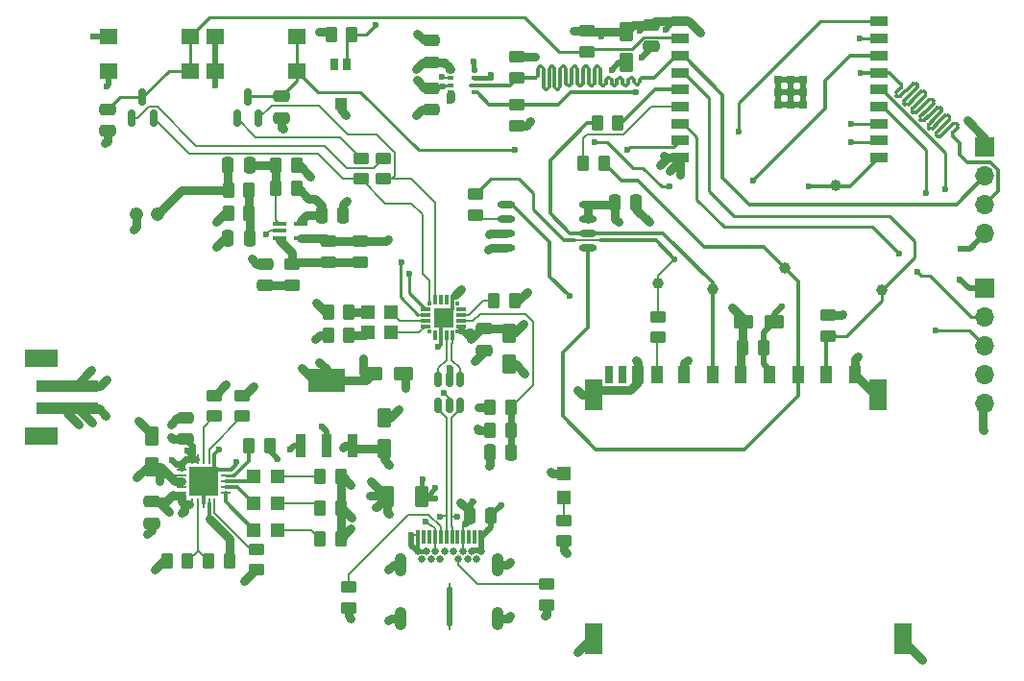
<source format=gtl>
%TF.GenerationSoftware,KiCad,Pcbnew,9.0.0*%
%TF.CreationDate,2025-05-12T22:40:26+02:00*%
%TF.ProjectId,ESP32_PeterDalmaris_Board,45535033-325f-4506-9574-657244616c6d,rev?*%
%TF.SameCoordinates,Original*%
%TF.FileFunction,Copper,L1,Top*%
%TF.FilePolarity,Positive*%
%FSLAX46Y46*%
G04 Gerber Fmt 4.6, Leading zero omitted, Abs format (unit mm)*
G04 Created by KiCad (PCBNEW 9.0.0) date 2025-05-12 22:40:26*
%MOMM*%
%LPD*%
G01*
G04 APERTURE LIST*
G04 Aperture macros list*
%AMRoundRect*
0 Rectangle with rounded corners*
0 $1 Rounding radius*
0 $2 $3 $4 $5 $6 $7 $8 $9 X,Y pos of 4 corners*
0 Add a 4 corners polygon primitive as box body*
4,1,4,$2,$3,$4,$5,$6,$7,$8,$9,$2,$3,0*
0 Add four circle primitives for the rounded corners*
1,1,$1+$1,$2,$3*
1,1,$1+$1,$4,$5*
1,1,$1+$1,$6,$7*
1,1,$1+$1,$8,$9*
0 Add four rect primitives between the rounded corners*
20,1,$1+$1,$2,$3,$4,$5,0*
20,1,$1+$1,$4,$5,$6,$7,0*
20,1,$1+$1,$6,$7,$8,$9,0*
20,1,$1+$1,$8,$9,$2,$3,0*%
G04 Aperture macros list end*
%TA.AperFunction,SMDPad,CuDef*%
%ADD10R,1.600000X1.400000*%
%TD*%
%TA.AperFunction,SMDPad,CuDef*%
%ADD11RoundRect,0.150000X0.450000X0.760000X-0.450000X0.760000X-0.450000X-0.760000X0.450000X-0.760000X0*%
%TD*%
%TA.AperFunction,SMDPad,CuDef*%
%ADD12RoundRect,0.250000X-0.475000X0.250000X-0.475000X-0.250000X0.475000X-0.250000X0.475000X0.250000X0*%
%TD*%
%TA.AperFunction,SMDPad,CuDef*%
%ADD13R,0.950000X2.150000*%
%TD*%
%TA.AperFunction,SMDPad,CuDef*%
%ADD14R,3.250000X2.150000*%
%TD*%
%TA.AperFunction,SMDPad,CuDef*%
%ADD15RoundRect,0.250000X-0.250000X-0.475000X0.250000X-0.475000X0.250000X0.475000X-0.250000X0.475000X0*%
%TD*%
%TA.AperFunction,SMDPad,CuDef*%
%ADD16RoundRect,0.250000X0.450000X-0.262500X0.450000X0.262500X-0.450000X0.262500X-0.450000X-0.262500X0*%
%TD*%
%TA.AperFunction,SMDPad,CuDef*%
%ADD17R,0.800000X1.100000*%
%TD*%
%TA.AperFunction,SMDPad,CuDef*%
%ADD18R,1.000000X1.100000*%
%TD*%
%TA.AperFunction,ComponentPad*%
%ADD19C,1.208000*%
%TD*%
%TA.AperFunction,SMDPad,CuDef*%
%ADD20R,1.000000X1.500000*%
%TD*%
%TA.AperFunction,SMDPad,CuDef*%
%ADD21R,0.700000X1.500000*%
%TD*%
%TA.AperFunction,SMDPad,CuDef*%
%ADD22R,1.500000X2.800000*%
%TD*%
%TA.AperFunction,SMDPad,CuDef*%
%ADD23R,1.200000X1.200000*%
%TD*%
%TA.AperFunction,ComponentPad*%
%ADD24R,1.700000X1.700000*%
%TD*%
%TA.AperFunction,ComponentPad*%
%ADD25O,1.700000X1.700000*%
%TD*%
%TA.AperFunction,SMDPad,CuDef*%
%ADD26R,0.300000X1.200000*%
%TD*%
%TA.AperFunction,ComponentPad*%
%ADD27C,0.650000*%
%TD*%
%TA.AperFunction,SMDPad,CuDef*%
%ADD28R,0.200000X1.000000*%
%TD*%
%TA.AperFunction,ComponentPad*%
%ADD29O,1.050000X2.100000*%
%TD*%
%TA.AperFunction,SMDPad,CuDef*%
%ADD30RoundRect,0.250000X-0.450000X0.262500X-0.450000X-0.262500X0.450000X-0.262500X0.450000X0.262500X0*%
%TD*%
%TA.AperFunction,SMDPad,CuDef*%
%ADD31RoundRect,0.250000X-0.262500X-0.450000X0.262500X-0.450000X0.262500X0.450000X-0.262500X0.450000X0*%
%TD*%
%TA.AperFunction,SMDPad,CuDef*%
%ADD32RoundRect,0.150000X0.150000X-0.587500X0.150000X0.587500X-0.150000X0.587500X-0.150000X-0.587500X0*%
%TD*%
%TA.AperFunction,SMDPad,CuDef*%
%ADD33RoundRect,0.250000X0.262500X0.450000X-0.262500X0.450000X-0.262500X-0.450000X0.262500X-0.450000X0*%
%TD*%
%TA.AperFunction,SMDPad,CuDef*%
%ADD34RoundRect,0.153750X-0.461250X0.701250X-0.461250X-0.701250X0.461250X-0.701250X0.461250X0.701250X0*%
%TD*%
%TA.AperFunction,SMDPad,CuDef*%
%ADD35C,1.000000*%
%TD*%
%TA.AperFunction,SMDPad,CuDef*%
%ADD36RoundRect,0.250000X0.475000X-0.250000X0.475000X0.250000X-0.475000X0.250000X-0.475000X-0.250000X0*%
%TD*%
%TA.AperFunction,SMDPad,CuDef*%
%ADD37R,1.500000X0.900000*%
%TD*%
%TA.AperFunction,SMDPad,CuDef*%
%ADD38R,0.700000X0.700000*%
%TD*%
%TA.AperFunction,ComponentPad*%
%ADD39C,0.400000*%
%TD*%
%TA.AperFunction,SMDPad,CuDef*%
%ADD40R,5.500000X1.000000*%
%TD*%
%TA.AperFunction,SMDPad,CuDef*%
%ADD41R,3.000000X1.600000*%
%TD*%
%TA.AperFunction,SMDPad,CuDef*%
%ADD42RoundRect,0.100000X-0.495000X-0.100000X0.495000X-0.100000X0.495000X0.100000X-0.495000X0.100000X0*%
%TD*%
%TA.AperFunction,SMDPad,CuDef*%
%ADD43RoundRect,0.062500X0.062500X-0.350000X0.062500X0.350000X-0.062500X0.350000X-0.062500X-0.350000X0*%
%TD*%
%TA.AperFunction,SMDPad,CuDef*%
%ADD44RoundRect,0.062500X0.350000X-0.062500X0.350000X0.062500X-0.350000X0.062500X-0.350000X-0.062500X0*%
%TD*%
%TA.AperFunction,HeatsinkPad*%
%ADD45R,2.500000X2.500000*%
%TD*%
%TA.AperFunction,SMDPad,CuDef*%
%ADD46RoundRect,0.250000X0.250000X0.475000X-0.250000X0.475000X-0.250000X-0.475000X0.250000X-0.475000X0*%
%TD*%
%TA.AperFunction,SMDPad,CuDef*%
%ADD47O,1.600000X0.600000*%
%TD*%
%TA.AperFunction,SMDPad,CuDef*%
%ADD48RoundRect,0.153750X0.461250X-0.701250X0.461250X0.701250X-0.461250X0.701250X-0.461250X-0.701250X0*%
%TD*%
%TA.AperFunction,SMDPad,CuDef*%
%ADD49RoundRect,0.153750X-0.701250X-0.461250X0.701250X-0.461250X0.701250X0.461250X-0.701250X0.461250X0*%
%TD*%
%TA.AperFunction,SMDPad,CuDef*%
%ADD50RoundRect,0.150000X0.150000X-0.512500X0.150000X0.512500X-0.150000X0.512500X-0.150000X-0.512500X0*%
%TD*%
%TA.AperFunction,SMDPad,CuDef*%
%ADD51R,0.500000X0.350000*%
%TD*%
%TA.AperFunction,SMDPad,CuDef*%
%ADD52R,0.300000X0.300000*%
%TD*%
%TA.AperFunction,SMDPad,CuDef*%
%ADD53R,0.300000X0.900000*%
%TD*%
%TA.AperFunction,SMDPad,CuDef*%
%ADD54R,0.900000X0.300000*%
%TD*%
%TA.AperFunction,SMDPad,CuDef*%
%ADD55R,1.800000X1.800000*%
%TD*%
%TA.AperFunction,ViaPad*%
%ADD56C,0.600000*%
%TD*%
%TA.AperFunction,Conductor*%
%ADD57C,0.250000*%
%TD*%
%TA.AperFunction,Conductor*%
%ADD58C,0.800000*%
%TD*%
%TA.AperFunction,Conductor*%
%ADD59C,0.500000*%
%TD*%
%TA.AperFunction,Conductor*%
%ADD60C,0.300000*%
%TD*%
%TA.AperFunction,Conductor*%
%ADD61C,0.400000*%
%TD*%
%TA.AperFunction,Conductor*%
%ADD62C,0.254000*%
%TD*%
%TA.AperFunction,Conductor*%
%ADD63C,0.200000*%
%TD*%
%TA.AperFunction,Conductor*%
%ADD64C,0.600000*%
%TD*%
G04 APERTURE END LIST*
D10*
%TO.P,S2,4*%
%TO.N,GND*%
X119350000Y-54337500D03*
%TO.P,S2,3*%
%TO.N,/ESP32/EN*%
X126550000Y-54337500D03*
%TO.P,S2,2*%
%TO.N,GND*%
X119350000Y-51337500D03*
%TO.P,S2,1*%
%TO.N,/ESP32/EN*%
X126550000Y-51337500D03*
%TD*%
%TO.P,S1,4*%
%TO.N,GND*%
X128775000Y-54325000D03*
%TO.P,S1,3*%
%TO.N,/ESP32/BOOT*%
X135975000Y-54325000D03*
%TO.P,S1,2*%
%TO.N,GND*%
X128775000Y-51325000D03*
%TO.P,S1,1*%
%TO.N,/ESP32/BOOT*%
X135975000Y-51325000D03*
%TD*%
D11*
%TO.P,R35,1*%
%TO.N,/VBUS*%
X146955000Y-91850000D03*
%TO.P,R35,2*%
%TO.N,/+5V_USB*%
X143945000Y-91850000D03*
%TD*%
D12*
%TO.P,C3,1*%
%TO.N,+5V*%
X123175000Y-92312500D03*
%TO.P,C3,2*%
%TO.N,GND*%
X123175000Y-94212500D03*
%TD*%
D13*
%TO.P,VR1,1,GND*%
%TO.N,GND*%
X136300000Y-87400000D03*
%TO.P,VR1,2,VOUT_2*%
%TO.N,+3.3V*%
X138600000Y-87400000D03*
%TO.P,VR1,3,VIN*%
%TO.N,+5V*%
X140900000Y-87400000D03*
D14*
%TO.P,VR1,4,VOUT_4*%
%TO.N,+3.3V*%
X138600000Y-81600000D03*
%TD*%
D15*
%TO.P,C21,1*%
%TO.N,+3.3V*%
X138150000Y-67100000D03*
%TO.P,C21,2*%
%TO.N,GND*%
X140050000Y-67100000D03*
%TD*%
D16*
%TO.P,R22,1*%
%TO.N,/ESP32/SDA*%
X155400000Y-54962500D03*
%TO.P,R22,2*%
%TO.N,+3.3V*%
X155400000Y-53137500D03*
%TD*%
D17*
%TO.P,Q1,1*%
%TO.N,/ESP32/PHOTO_C*%
X140400000Y-53755000D03*
%TO.P,Q1,2*%
%TO.N,N/C*%
X139300000Y-53755000D03*
D18*
%TO.P,Q1,3*%
%TO.N,+3.3V*%
X139850000Y-57265000D03*
%TD*%
D19*
%TO.P,MK1,GND*%
%TO.N,GND*%
X121800000Y-67000000D03*
%TO.P,MK1,OUT*%
%TO.N,Net-(C18-Pad1)*%
X123700000Y-67000000D03*
%TD*%
D20*
%TO.P,J3,1,CD/DAT3*%
%TO.N,/ESP32/CS_SD*%
X182625000Y-81087500D03*
%TO.P,J3,2,CMD*%
%TO.N,/ESP32/MOSI*%
X180125000Y-81087500D03*
%TO.P,J3,3,VSS1*%
%TO.N,GND*%
X177625000Y-81087500D03*
%TO.P,J3,4,VDD1*%
%TO.N,+3.3V*%
X175125000Y-81087500D03*
%TO.P,J3,5,CLK*%
%TO.N,/ESP32/SCLK*%
X172625000Y-81087500D03*
%TO.P,J3,6,VSS2*%
%TO.N,GND*%
X170125000Y-81087500D03*
%TO.P,J3,7,DAT0*%
%TO.N,/ESP32/DAT0*%
X167700000Y-81087500D03*
%TO.P,J3,8,DAT1*%
%TO.N,GND*%
X166000000Y-81087500D03*
%TO.P,J3,9,DAT2*%
X185125000Y-81087500D03*
D21*
%TO.P,J3,CD_IND,CD_IND*%
%TO.N,unconnected-(J3-PadCD_IND)*%
X164700000Y-81087500D03*
D22*
%TO.P,J3,G1,SHIELD_GND*%
%TO.N,GND*%
X162100000Y-82887500D03*
%TO.P,J3,G2,SHIELD_GND*%
X187200000Y-82887500D03*
%TO.P,J3,G3,SHIELD_GND*%
X189400000Y-104387500D03*
%TO.P,J3,G4,SHIELD_GND*%
X162100000Y-104387500D03*
D21*
%TO.P,J3,WP,WP*%
%TO.N,unconnected-(J3-PadWP)*%
X163500000Y-81087500D03*
%TD*%
D23*
%TO.P,D6,+*%
%TO.N,Net-(D6-Pad+)*%
X134275000Y-94812500D03*
%TO.P,D6,-*%
%TO.N,/POWER_GOOD*%
X132175000Y-94812500D03*
%TD*%
D24*
%TO.P,J5,1,Pin_1*%
%TO.N,+3.3V*%
X196600000Y-73500000D03*
D25*
%TO.P,J5,2,Pin_2*%
%TO.N,/ESP32/GPIO8*%
X196600000Y-76040000D03*
%TO.P,J5,3,Pin_3*%
%TO.N,/ESP32/GPIO18*%
X196600000Y-78580000D03*
%TO.P,J5,4,Pin_4*%
%TO.N,/ESP32/GPIO19*%
X196600000Y-81120000D03*
%TO.P,J5,5,Pin_5*%
%TO.N,GND*%
X196600000Y-83660000D03*
%TD*%
D15*
%TO.P,C18,1*%
%TO.N,Net-(C18-Pad1)*%
X129887500Y-62700000D03*
%TO.P,C18,2*%
%TO.N,Net-(U7-IN+)*%
X131787500Y-62700000D03*
%TD*%
D26*
%TO.P,J1,A1,GNDA1*%
%TO.N,GND*%
X146650000Y-95459500D03*
%TO.P,J1,A2,SSTXP1*%
%TO.N,unconnected-(J1-SSTXP1-PadA2)*%
X147150000Y-95459500D03*
%TO.P,J1,A3,SSTXN1*%
%TO.N,unconnected-(J1-SSTXN1-PadA3)*%
X147650000Y-95459500D03*
%TO.P,J1,A4,VBUSA1*%
%TO.N,/VBUS*%
X148150000Y-95459500D03*
%TO.P,J1,A5,CC1*%
%TO.N,Net-(J1-CC1)*%
X148650000Y-95459500D03*
%TO.P,J1,A6,DP1*%
%TO.N,/USB_DP*%
X149150000Y-95459500D03*
%TO.P,J1,A7,DN1*%
%TO.N,/USB_DN*%
X149650000Y-95459500D03*
%TO.P,J1,A8,SBU1*%
%TO.N,unconnected-(J1-SBU1-PadA8)*%
X150150000Y-95459500D03*
%TO.P,J1,A9,VBUSA2*%
%TO.N,/VBUS*%
X150650000Y-95459500D03*
%TO.P,J1,A10,SSRXN2*%
%TO.N,unconnected-(J1-SSRXN2-PadA10)*%
X151150000Y-95459500D03*
%TO.P,J1,A11,SSRXP2*%
%TO.N,unconnected-(J1-SSRXP2-PadA11)*%
X151650000Y-95459500D03*
%TO.P,J1,A12,GNDA2*%
%TO.N,GND*%
X152150000Y-95459500D03*
D27*
%TO.P,J1,B1,GNDB1*%
X152200000Y-96709500D03*
%TO.P,J1,B2,SSTXP2*%
%TO.N,unconnected-(J1-SSTXP2-PadB2)*%
X151800000Y-97419500D03*
%TO.P,J1,B3,SSTXN2*%
%TO.N,unconnected-(J1-SSTXN2-PadB3)*%
X151000000Y-97419500D03*
%TO.P,J1,B4,VBUSB1*%
%TO.N,/VBUS*%
X150600000Y-96709500D03*
%TO.P,J1,B5,CC2*%
%TO.N,Net-(J1-CC2)*%
X150200000Y-97419500D03*
%TO.P,J1,B6,DP2*%
%TO.N,/USB_DP*%
X149800000Y-96709500D03*
%TO.P,J1,B7,DN2*%
%TO.N,/USB_DN*%
X149000000Y-96709500D03*
%TO.P,J1,B8,SBU2*%
%TO.N,unconnected-(J1-SBU2-PadB8)*%
X148600000Y-97419500D03*
%TO.P,J1,B9,VBUSB2*%
%TO.N,/VBUS*%
X148200000Y-96709500D03*
%TO.P,J1,B10,SSRXN1*%
%TO.N,unconnected-(J1-SSRXN1-PadB10)*%
X147800000Y-97419500D03*
%TO.P,J1,B11,SSRXP1*%
%TO.N,unconnected-(J1-SSRXP1-PadB11)*%
X147000000Y-97419500D03*
%TO.P,J1,B12,GNDB2*%
%TO.N,GND*%
X146600000Y-96709500D03*
%TO.P,J1,G1,GND/SHIELD*%
X151400000Y-96709500D03*
%TO.P,J1,G2,GND/SHIELD*%
X147400000Y-96709500D03*
D28*
%TO.P,J1,G3,GND/SHIELD*%
X149400000Y-100039500D03*
%TO.P,J1,G4,GND/SHIELD*%
X149400000Y-103139500D03*
D29*
%TO.P,J1,S1,GND/SHIELD*%
X145130000Y-97859500D03*
%TO.P,J1,S2,GND/SHIELD*%
X153670000Y-97859500D03*
%TO.P,J1,S3,GND/SHIELD*%
X145130000Y-102589500D03*
%TO.P,J1,S4,GND/SHIELD*%
X153670000Y-102589500D03*
%TD*%
D30*
%TO.P,R2,1*%
%TO.N,Net-(J1-CC1)*%
X140500000Y-99837500D03*
%TO.P,R2,2*%
%TO.N,GND*%
X140500000Y-101662500D03*
%TD*%
D12*
%TO.P,C10,1*%
%TO.N,+3.3V*%
X167250000Y-50300000D03*
%TO.P,C10,2*%
%TO.N,GND*%
X167250000Y-52200000D03*
%TD*%
D31*
%TO.P,R20,1*%
%TO.N,/ESP32/SCLK*%
X162450000Y-58950000D03*
%TO.P,R20,2*%
%TO.N,Net-(U2-IO6)*%
X164275000Y-58950000D03*
%TD*%
D32*
%TO.P,Q3,1,B*%
%TO.N,Net-(Q3-B)*%
X130700000Y-58547500D03*
%TO.P,Q3,2,E*%
%TO.N,/ESP32/DTR*%
X132600000Y-58547500D03*
%TO.P,Q3,3,C*%
%TO.N,/ESP32/BOOT*%
X131650000Y-56672500D03*
%TD*%
D33*
%TO.P,R25,1*%
%TO.N,/ESP32/PHOTO_C*%
X140812500Y-51150000D03*
%TO.P,R25,2*%
%TO.N,GND*%
X138987500Y-51150000D03*
%TD*%
%TO.P,R10,1*%
%TO.N,/+5V_USB*%
X139837500Y-90125000D03*
%TO.P,R10,2*%
%TO.N,Net-(D5-Pad+)*%
X138012500Y-90125000D03*
%TD*%
%TO.P,R9,1*%
%TO.N,/+5V_USB*%
X139837500Y-92875000D03*
%TO.P,R9,2*%
%TO.N,Net-(D4-Pad+)*%
X138012500Y-92875000D03*
%TD*%
%TO.P,R26,1*%
%TO.N,Net-(C17-Pad1)*%
X131750000Y-64900000D03*
%TO.P,R26,2*%
%TO.N,Net-(C18-Pad1)*%
X129925000Y-64900000D03*
%TD*%
D30*
%TO.P,R30,1*%
%TO.N,Net-(U7-IN-)*%
X135550000Y-71387500D03*
%TO.P,R30,2*%
%TO.N,Net-(C19-Pad1)*%
X135550000Y-73212500D03*
%TD*%
D34*
%TO.P,C11,1*%
%TO.N,+3.3V*%
X165000000Y-50900000D03*
%TO.P,C11,2*%
%TO.N,GND*%
X165000000Y-53600000D03*
%TD*%
D16*
%TO.P,R34,1*%
%TO.N,/ESP32/EN*%
X161500000Y-52662500D03*
%TO.P,R34,2*%
%TO.N,+3.3V*%
X161500000Y-50837500D03*
%TD*%
D35*
%TO.P,TP4,1,1*%
%TO.N,/ESP32/CS_SD*%
X187500000Y-73700000D03*
%TD*%
D30*
%TO.P,R6,1*%
%TO.N,GND*%
X131175000Y-82962500D03*
%TO.P,R6,2*%
%TO.N,Net-(U1-PROG3)*%
X131175000Y-84787500D03*
%TD*%
D31*
%TO.P,R14,1*%
%TO.N,/VBUS*%
X153000000Y-84000000D03*
%TO.P,R14,2*%
%TO.N,Net-(U3-VBUS)*%
X154825000Y-84000000D03*
%TD*%
D33*
%TO.P,R28,1*%
%TO.N,+3.3V*%
X135950000Y-64700000D03*
%TO.P,R28,2*%
%TO.N,Net-(U7-IN+)*%
X134125000Y-64700000D03*
%TD*%
D16*
%TO.P,R21,1*%
%TO.N,/ESP32/DAT0*%
X167796000Y-77859000D03*
%TO.P,R21,2*%
%TO.N,/ESP32/MISO*%
X167796000Y-76034000D03*
%TD*%
D36*
%TO.P,C19,1*%
%TO.N,Net-(C19-Pad1)*%
X133150000Y-73250000D03*
%TO.P,C19,2*%
%TO.N,GND*%
X133150000Y-71350000D03*
%TD*%
D37*
%TO.P,U2,1,3V3*%
%TO.N,+3.3V*%
X169750000Y-50000000D03*
%TO.P,U2,2,EN*%
%TO.N,/ESP32/EN*%
X169750000Y-51500000D03*
%TO.P,U2,3,IO4*%
%TO.N,/ESP32/SDA*%
X169750000Y-53000000D03*
%TO.P,U2,4,IO5*%
%TO.N,/ESP32/CS_SD*%
X169750000Y-54500000D03*
%TO.P,U2,5,IO6*%
%TO.N,Net-(U2-IO6)*%
X169750000Y-56000000D03*
%TO.P,U2,6,IO7*%
%TO.N,Net-(U2-IO7)*%
X169750000Y-57500000D03*
%TO.P,U2,7,IO8*%
%TO.N,/ESP32/GPIO8*%
X169750000Y-59000000D03*
%TO.P,U2,8,IO9*%
%TO.N,/ESP32/BOOT*%
X169750000Y-60500000D03*
%TO.P,U2,9,GND*%
%TO.N,GND*%
X169750000Y-62000000D03*
%TO.P,U2,10,IO10*%
%TO.N,/ESP32/CS*%
X187250000Y-62000000D03*
%TO.P,U2,11,RXD*%
%TO.N,/ESP32/RXD*%
X187250000Y-60500000D03*
%TO.P,U2,12,TXD*%
%TO.N,/ESP32/TXD*%
X187250000Y-59000000D03*
%TO.P,U2,13,IO18*%
%TO.N,/ESP32/GPIO18*%
X187250000Y-57500000D03*
%TO.P,U2,14,IO19*%
%TO.N,/ESP32/GPIO19*%
X187250000Y-56000000D03*
%TO.P,U2,15,IO3*%
%TO.N,/ESP32/SCL*%
X187250000Y-54500000D03*
%TO.P,U2,16,IO2*%
%TO.N,/ESP32/MISO*%
X187250000Y-53000000D03*
%TO.P,U2,17,IO1*%
%TO.N,/ESP32/PHOTO_C*%
X187250000Y-51500000D03*
%TO.P,U2,18,IO0*%
%TO.N,/ESP32/MIC_OUT*%
X187250000Y-50000000D03*
D38*
%TO.P,U2,19,GND*%
%TO.N,GND*%
X178360000Y-55100000D03*
%TO.P,U2,20,GND*%
X179460000Y-55100000D03*
%TO.P,U2,21,GND*%
X180560000Y-55100000D03*
%TO.P,U2,22,GND*%
X178360000Y-56200000D03*
%TO.P,U2,23,GND*%
X179460000Y-56200000D03*
%TO.P,U2,24,GND*%
X180560000Y-56200000D03*
%TO.P,U2,25,GND*%
X178360000Y-57300000D03*
%TO.P,U2,26,GND*%
X179460000Y-57300000D03*
%TO.P,U2,27,GND*%
X180560000Y-57300000D03*
D39*
%TO.P,U2,28,GND*%
X178910000Y-55100000D03*
%TO.P,U2,29,GND*%
X180010000Y-55100000D03*
%TO.P,U2,30,GND*%
X178360000Y-55650000D03*
%TO.P,U2,31,GND*%
X179460000Y-55650000D03*
%TO.P,U2,32,GND*%
X180560000Y-55650000D03*
%TO.P,U2,33,GND*%
X178910000Y-56200000D03*
%TO.P,U2,34,GND*%
X180010000Y-56200000D03*
%TO.P,U2,35,GND*%
X178360000Y-56750000D03*
%TO.P,U2,36,GND*%
X179460000Y-56750000D03*
%TO.P,U2,37,GND*%
X180560000Y-56750000D03*
%TO.P,U2,38,GND*%
X178910000Y-57300000D03*
%TO.P,U2,39,GND*%
X180010000Y-57300000D03*
%TD*%
D15*
%TO.P,C14,1*%
%TO.N,+3.3V*%
X163984500Y-65978000D03*
%TO.P,C14,2*%
%TO.N,GND*%
X165884500Y-65978000D03*
%TD*%
D23*
%TO.P,D9,+*%
%TO.N,Net-(D9-Pad+)*%
X142200000Y-75637500D03*
%TO.P,D9,-*%
%TO.N,Net-(U3-~{RXT}{slash}GPIO.3)*%
X144300000Y-75637500D03*
%TD*%
D16*
%TO.P,R19,1*%
%TO.N,/ESP32/CS_SD*%
X182750000Y-77712500D03*
%TO.P,R19,2*%
%TO.N,+3.3V*%
X182750000Y-75887500D03*
%TD*%
D35*
%TO.P,TP3,1,1*%
%TO.N,/ESP32/SCLK*%
X172625000Y-73575000D03*
%TD*%
D30*
%TO.P,R24,1*%
%TO.N,/ESP32/SCL*%
X155400000Y-57337500D03*
%TO.P,R24,2*%
%TO.N,+3.3V*%
X155400000Y-59162500D03*
%TD*%
D16*
%TO.P,R33,2*%
%TO.N,Net-(Q3-B)*%
X141600000Y-62037500D03*
%TO.P,R33,1*%
%TO.N,/ESP32/RTS*%
X141600000Y-63862500D03*
%TD*%
D40*
%TO.P,J2,1,1*%
%TO.N,/VBAT*%
X115707500Y-84100000D03*
%TO.P,J2,2,2*%
%TO.N,GND*%
X115707500Y-82100000D03*
D41*
%TO.P,J2,S1*%
%TO.N,N/C*%
X113457500Y-86500000D03*
%TO.P,J2,S2*%
X113457500Y-79700000D03*
%TD*%
D36*
%TO.P,C15,1*%
%TO.N,+3.3V*%
X147800000Y-53600000D03*
%TO.P,C15,2*%
%TO.N,GND*%
X147800000Y-51700000D03*
%TD*%
%TO.P,C20,1*%
%TO.N,Net-(U7-IN-)*%
X138750000Y-71250000D03*
%TO.P,C20,2*%
%TO.N,/ESP32/MIC_OUT*%
X138750000Y-69350000D03*
%TD*%
D12*
%TO.P,C16,1*%
%TO.N,+3.3V*%
X147800000Y-55850000D03*
%TO.P,C16,2*%
%TO.N,GND*%
X147800000Y-57750000D03*
%TD*%
%TO.P,C7,1*%
%TO.N,+3.3V*%
X152450000Y-77087500D03*
%TO.P,C7,2*%
%TO.N,GND*%
X152450000Y-78987500D03*
%TD*%
%TO.P,C22,1*%
%TO.N,/ESP32/BOOT*%
X134600000Y-56597500D03*
%TO.P,C22,2*%
%TO.N,GND*%
X134600000Y-58497500D03*
%TD*%
D42*
%TO.P,U7,1,IN+*%
%TO.N,Net-(U7-IN+)*%
X134430000Y-67800000D03*
%TO.P,U7,2,GND*%
%TO.N,GND*%
X134430000Y-68450000D03*
%TO.P,U7,3,IN-*%
%TO.N,Net-(U7-IN-)*%
X134430000Y-69100000D03*
%TO.P,U7,4,OUT*%
%TO.N,/ESP32/MIC_OUT*%
X136350000Y-69100000D03*
%TO.P,U7,5,VCC*%
%TO.N,+3.3V*%
X136350000Y-67800000D03*
%TD*%
D43*
%TO.P,U1,1,OUT*%
%TO.N,+5V*%
X126725000Y-92462500D03*
%TO.P,U1,2,VPCC*%
%TO.N,Net-(U1-VPCC)*%
X127225000Y-92462500D03*
%TO.P,U1,3,SEL*%
%TO.N,GND*%
X127725000Y-92462500D03*
%TO.P,U1,4,PROG2*%
%TO.N,/+5V_USB*%
X128225000Y-92462500D03*
%TO.P,U1,5,THERM*%
%TO.N,Net-(U1-THERM)*%
X128725000Y-92462500D03*
D44*
%TO.P,U1,6,~{PG}*%
%TO.N,/POWER_GOOD*%
X129662500Y-91525000D03*
%TO.P,U1,7,STAT2*%
%TO.N,/CHARGED*%
X129662500Y-91025000D03*
%TO.P,U1,8,STAT1/~{LBO}*%
%TO.N,/CHARGING*%
X129662500Y-90525000D03*
%TO.P,U1,9,~{TE}*%
%TO.N,Net-(U1-~{TE})*%
X129662500Y-90025000D03*
%TO.P,U1,10,V_{SS}*%
%TO.N,GND*%
X129662500Y-89525000D03*
D43*
%TO.P,U1,11,V_{SS}*%
X128725000Y-88587500D03*
%TO.P,U1,12,PROG3*%
%TO.N,Net-(U1-PROG3)*%
X128225000Y-88587500D03*
%TO.P,U1,13,PROG1*%
%TO.N,Net-(U1-PROG1)*%
X127725000Y-88587500D03*
%TO.P,U1,14,V_{BAT}*%
%TO.N,/VBAT*%
X127225000Y-88587500D03*
%TO.P,U1,15,V_{BAT}*%
X126725000Y-88587500D03*
D44*
%TO.P,U1,16,V_{BAT_SENSE}*%
X125787500Y-89525000D03*
%TO.P,U1,17,CE*%
%TO.N,/+5V_USB*%
X125787500Y-90025000D03*
%TO.P,U1,18,IN*%
X125787500Y-90525000D03*
%TO.P,U1,19,IN*%
X125787500Y-91025000D03*
%TO.P,U1,20,OUT*%
%TO.N,+5V*%
X125787500Y-91525000D03*
D45*
%TO.P,U1,21,V_{SS}*%
%TO.N,GND*%
X127725000Y-90525000D03*
%TD*%
D46*
%TO.P,C17,1*%
%TO.N,Net-(C17-Pad1)*%
X131787500Y-69100000D03*
%TO.P,C17,2*%
%TO.N,GND*%
X129887500Y-69100000D03*
%TD*%
D47*
%TO.P,U5,1,~{CS}*%
%TO.N,/ESP32/CS*%
X154400000Y-66095000D03*
%TO.P,U5,2,DO(IO1)*%
%TO.N,Net-(U5-DO(IO1))*%
X154400000Y-67365000D03*
%TO.P,U5,3,~{WP}(IO2)*%
%TO.N,+3.3V*%
X154400000Y-68635000D03*
%TO.P,U5,4,GND*%
%TO.N,GND*%
X154400000Y-69905000D03*
%TO.P,U5,5,DI(IO0)*%
%TO.N,/ESP32/MOSI*%
X161600000Y-69905000D03*
%TO.P,U5,6,CLK*%
%TO.N,/ESP32/SCLK*%
X161600000Y-68635000D03*
%TO.P,U5,7,~{HOLD}/~{RESET}(IO3)*%
%TO.N,+3.3V*%
X161600000Y-67365000D03*
%TO.P,U5,8,VCC*%
X161600000Y-66095000D03*
%TD*%
D23*
%TO.P,D4,+*%
%TO.N,Net-(D4-Pad+)*%
X134275000Y-92462500D03*
%TO.P,D4,-*%
%TO.N,/CHARGED*%
X132175000Y-92462500D03*
%TD*%
D15*
%TO.P,C1,1*%
%TO.N,/VBUS*%
X151206000Y-93609500D03*
%TO.P,C1,2*%
%TO.N,GND*%
X153106000Y-93609500D03*
%TD*%
D32*
%TO.P,Q2,1,B*%
%TO.N,Net-(Q2-B)*%
X121427500Y-58547500D03*
%TO.P,Q2,2,E*%
%TO.N,/ESP32/RTS*%
X123327500Y-58547500D03*
%TO.P,Q2,3,C*%
%TO.N,/ESP32/EN*%
X122377500Y-56672500D03*
%TD*%
D33*
%TO.P,R11,1*%
%TO.N,/+5V_USB*%
X139837500Y-95625000D03*
%TO.P,R11,2*%
%TO.N,Net-(D6-Pad+)*%
X138012500Y-95625000D03*
%TD*%
D23*
%TO.P,D5,+*%
%TO.N,Net-(D5-Pad+)*%
X134275000Y-90112500D03*
%TO.P,D5,-*%
%TO.N,/CHARGING*%
X132175000Y-90112500D03*
%TD*%
D15*
%TO.P,C12,1*%
%TO.N,+3.3V*%
X175230000Y-78731500D03*
%TO.P,C12,2*%
%TO.N,GND*%
X177130000Y-78731500D03*
%TD*%
D35*
%TO.P,TP1,1,1*%
%TO.N,/ESP32/MOSI*%
X179000000Y-71700000D03*
%TD*%
D36*
%TO.P,C4,1*%
%TO.N,/VBAT*%
X126125000Y-86825000D03*
%TO.P,C4,2*%
%TO.N,GND*%
X126125000Y-84925000D03*
%TD*%
D30*
%TO.P,R5,1*%
%TO.N,GND*%
X128675000Y-82962500D03*
%TO.P,R5,2*%
%TO.N,Net-(U1-PROG1)*%
X128675000Y-84787500D03*
%TD*%
D48*
%TO.P,C5,1*%
%TO.N,+5V*%
X143650000Y-87600000D03*
%TO.P,C5,2*%
%TO.N,GND*%
X143650000Y-84900000D03*
%TD*%
D16*
%TO.P,R7,1*%
%TO.N,GND*%
X132375000Y-98325000D03*
%TO.P,R7,2*%
%TO.N,Net-(U1-THERM)*%
X132375000Y-96500000D03*
%TD*%
D33*
%TO.P,R3,1*%
%TO.N,/+5V_USB*%
X130025000Y-97562500D03*
%TO.P,R3,2*%
%TO.N,Net-(U1-VPCC)*%
X128200000Y-97562500D03*
%TD*%
D31*
%TO.P,R29,1*%
%TO.N,Net-(U7-IN+)*%
X134125000Y-62700000D03*
%TO.P,R29,2*%
%TO.N,GND*%
X135950000Y-62700000D03*
%TD*%
%TO.P,R17,1*%
%TO.N,+3.3V*%
X138737500Y-75637500D03*
%TO.P,R17,2*%
%TO.N,Net-(D9-Pad+)*%
X140562500Y-75637500D03*
%TD*%
D33*
%TO.P,R4,1*%
%TO.N,Net-(U1-VPCC)*%
X126325000Y-97562500D03*
%TO.P,R4,2*%
%TO.N,GND*%
X124500000Y-97562500D03*
%TD*%
D46*
%TO.P,C9,1*%
%TO.N,Net-(U3-VBUS)*%
X154862500Y-88000000D03*
%TO.P,C9,2*%
%TO.N,GND*%
X152962500Y-88000000D03*
%TD*%
D16*
%TO.P,R32,1*%
%TO.N,/ESP32/DTR*%
X143625000Y-63862500D03*
%TO.P,R32,2*%
%TO.N,Net-(Q2-B)*%
X143625000Y-62037500D03*
%TD*%
%TO.P,R31,1*%
%TO.N,Net-(U7-IN-)*%
X141550000Y-71212500D03*
%TO.P,R31,2*%
%TO.N,/ESP32/MIC_OUT*%
X141550000Y-69387500D03*
%TD*%
D30*
%TO.P,R23,1*%
%TO.N,/ESP32/MISO*%
X151725000Y-65212500D03*
%TO.P,R23,2*%
%TO.N,Net-(U5-DO(IO1))*%
X151725000Y-67037500D03*
%TD*%
D33*
%TO.P,R15,1*%
%TO.N,Net-(U3-VBUS)*%
X154825000Y-86000000D03*
%TO.P,R15,2*%
%TO.N,GND*%
X153000000Y-86000000D03*
%TD*%
D23*
%TO.P,D7,+*%
%TO.N,+3.3V*%
X159500000Y-89869000D03*
%TO.P,D7,-*%
%TO.N,Net-(D7-Pad-)*%
X159500000Y-91969000D03*
%TD*%
D49*
%TO.P,C13,1*%
%TO.N,+3.3V*%
X175330000Y-76481500D03*
%TO.P,C13,2*%
%TO.N,GND*%
X178030000Y-76481500D03*
%TD*%
D31*
%TO.P,R16,1*%
%TO.N,+3.3V*%
X138737500Y-77637500D03*
%TO.P,R16,2*%
%TO.N,Net-(D8-Pad+)*%
X140562500Y-77637500D03*
%TD*%
D12*
%TO.P,C23,1*%
%TO.N,/ESP32/EN*%
X119300000Y-57725000D03*
%TO.P,C23,2*%
%TO.N,GND*%
X119300000Y-59625000D03*
%TD*%
D35*
%TO.P,TP2,1,1*%
%TO.N,/ESP32/MISO*%
X167775000Y-73075000D03*
%TD*%
D33*
%TO.P,R8,1*%
%TO.N,GND*%
X133587500Y-87412500D03*
%TO.P,R8,2*%
%TO.N,Net-(U1-~{TE})*%
X131762500Y-87412500D03*
%TD*%
D50*
%TO.P,U4,1,I/O1*%
%TO.N,/USB_DP*%
X148450000Y-83837500D03*
%TO.P,U4,2,GND*%
%TO.N,GND*%
X149400000Y-83837500D03*
%TO.P,U4,3,I/O2*%
%TO.N,/USB_DN*%
X150350000Y-83837500D03*
%TO.P,U4,4,I/O2*%
%TO.N,/ESP32/USB_D-*%
X150350000Y-81562500D03*
%TO.P,U4,5,VBUS*%
%TO.N,/VBUS*%
X149400000Y-81562500D03*
%TO.P,U4,6,I/O1*%
%TO.N,/ESP32/USB_D+*%
X148450000Y-81562500D03*
%TD*%
D34*
%TO.P,C25,1*%
%TO.N,+3.3V*%
X154650000Y-77487500D03*
%TO.P,C25,2*%
%TO.N,GND*%
X154650000Y-80187500D03*
%TD*%
D30*
%TO.P,R1,1*%
%TO.N,Net-(J1-CC2)*%
X158000000Y-99587500D03*
%TO.P,R1,2*%
%TO.N,GND*%
X158000000Y-101412500D03*
%TD*%
D51*
%TO.P,U6,1,GND*%
%TO.N,GND*%
X151600000Y-54300000D03*
%TO.P,U6,2,CSB*%
%TO.N,+3.3V*%
X151600000Y-54950000D03*
%TO.P,U6,3,SDI*%
%TO.N,/ESP32/SDA*%
X151600000Y-55600000D03*
%TO.P,U6,4,SCK*%
%TO.N,/ESP32/SCL*%
X151600000Y-56250000D03*
%TO.P,U6,5,SDO*%
%TO.N,GND*%
X149550000Y-56250000D03*
%TO.P,U6,6,VDDIO*%
%TO.N,+3.3V*%
X149550000Y-55600000D03*
%TO.P,U6,7,GND*%
%TO.N,GND*%
X149550000Y-54950000D03*
%TO.P,U6,8,VDD*%
%TO.N,+3.3V*%
X149550000Y-54300000D03*
%TD*%
D49*
%TO.P,C6,1*%
%TO.N,+3.3V*%
X142650000Y-81050000D03*
%TO.P,C6,2*%
%TO.N,GND*%
X145350000Y-81050000D03*
%TD*%
D33*
%TO.P,R13,1*%
%TO.N,+3.3V*%
X155162500Y-74637500D03*
%TO.P,R13,2*%
%TO.N,Net-(U3-~{RST})*%
X153337500Y-74637500D03*
%TD*%
D16*
%TO.P,R12,1*%
%TO.N,GND*%
X159500000Y-95792000D03*
%TO.P,R12,2*%
%TO.N,Net-(D7-Pad-)*%
X159500000Y-93967000D03*
%TD*%
D31*
%TO.P,R18,1*%
%TO.N,Net-(U2-IO7)*%
X161237500Y-62500000D03*
%TO.P,R18,2*%
%TO.N,/ESP32/MOSI*%
X163062500Y-62500000D03*
%TD*%
D24*
%TO.P,J4,1,Pin_1*%
%TO.N,+3.3V*%
X196600000Y-61064000D03*
D25*
%TO.P,J4,2,Pin_2*%
%TO.N,/ESP32/SDA*%
X196600000Y-63604000D03*
%TO.P,J4,3,Pin_3*%
%TO.N,/ESP32/SCL*%
X196600000Y-66144000D03*
%TO.P,J4,4,Pin_4*%
%TO.N,GND*%
X196600000Y-68684000D03*
%TD*%
D31*
%TO.P,R27,1*%
%TO.N,+3.3V*%
X129925000Y-66900000D03*
%TO.P,R27,2*%
%TO.N,Net-(C17-Pad1)*%
X131750000Y-66900000D03*
%TD*%
D35*
%TO.P,TP5,1,1*%
%TO.N,/ESP32/CS*%
X183425000Y-64475000D03*
%TD*%
D52*
%TO.P,U3,1,RS485/GPIO.1*%
%TO.N,unconnected-(U3-RS485{slash}GPIO.1-Pad1)*%
X147650000Y-77350000D03*
D53*
%TO.P,U3,2,CLK/GPIO.0*%
%TO.N,unconnected-(U3-CLK{slash}GPIO.0-Pad2)*%
X148150000Y-77650000D03*
%TO.P,U3,3,GND*%
%TO.N,GND*%
X148650000Y-77650000D03*
%TO.P,U3,4,D+*%
%TO.N,/ESP32/USB_D+*%
X149150000Y-77650000D03*
%TO.P,U3,5,D-*%
%TO.N,/ESP32/USB_D-*%
X149650000Y-77650000D03*
D52*
%TO.P,U3,6,VDD*%
%TO.N,+3.3V*%
X150150000Y-77350000D03*
D54*
%TO.P,U3,7,VREGIN*%
X150450000Y-76850000D03*
%TO.P,U3,8,VBUS*%
%TO.N,Net-(U3-VBUS)*%
X150450000Y-76350000D03*
%TO.P,U3,9,~{RST}*%
%TO.N,Net-(U3-~{RST})*%
X150450000Y-75850000D03*
%TO.P,U3,10,NC*%
%TO.N,unconnected-(U3-NC-Pad10)*%
X150450000Y-75350000D03*
D52*
%TO.P,U3,11,~{SUSPEND}*%
%TO.N,unconnected-(U3-~{SUSPEND}-Pad11)*%
X150150000Y-74850000D03*
D53*
%TO.P,U3,12,GND*%
%TO.N,GND*%
X149650000Y-74550000D03*
%TO.P,U3,13,~{WAKEUP}*%
%TO.N,unconnected-(U3-~{WAKEUP}-Pad13)*%
X149150000Y-74550000D03*
%TO.P,U3,14,SUSPEND*%
%TO.N,unconnected-(U3-SUSPEND-Pad14)*%
X148650000Y-74550000D03*
%TO.P,U3,15,~{CTS}*%
%TO.N,/ESP32/DTR*%
X148150000Y-74550000D03*
D52*
%TO.P,U3,16,~{RTS}*%
%TO.N,/ESP32/RTS*%
X147650000Y-74850000D03*
D54*
%TO.P,U3,17,RXD*%
%TO.N,/ESP32/RXD*%
X147350000Y-75350000D03*
%TO.P,U3,18,TXD*%
%TO.N,/ESP32/TXD*%
X147350000Y-75850000D03*
%TO.P,U3,19,~{RXT}/GPIO.3*%
%TO.N,Net-(U3-~{RXT}{slash}GPIO.3)*%
X147350000Y-76350000D03*
%TO.P,U3,20,~{TXT}/GPIO.2*%
%TO.N,Net-(U3-~{TXT}{slash}GPIO.2)*%
X147350000Y-76850000D03*
D55*
%TO.P,U3,21,GND*%
%TO.N,GND*%
X148900000Y-76100000D03*
%TD*%
D48*
%TO.P,C24,1*%
%TO.N,/+5V_USB*%
X123175000Y-89212500D03*
%TO.P,C24,2*%
%TO.N,GND*%
X123175000Y-86512500D03*
%TD*%
D23*
%TO.P,D8,+*%
%TO.N,Net-(D8-Pad+)*%
X142200000Y-77437500D03*
%TO.P,D8,-*%
%TO.N,Net-(U3-~{TXT}{slash}GPIO.2)*%
X144300000Y-77437500D03*
%TD*%
D56*
%TO.N,GND*%
X128775000Y-55650000D03*
X128750000Y-52675000D03*
X119225000Y-55700000D03*
X117987500Y-51337500D03*
%TO.N,/VBUS*%
X147275000Y-94100000D03*
X148200000Y-92075000D03*
X150375000Y-92350000D03*
X149400000Y-80550000D03*
X152000000Y-84000000D03*
X151500000Y-92300000D03*
X147100000Y-90325000D03*
X148150000Y-91150000D03*
%TO.N,GND*%
X154000000Y-92600000D03*
X122000000Y-85200000D03*
X145500000Y-82300000D03*
X178700000Y-75100000D03*
X185400000Y-79500000D03*
X194475000Y-70000000D03*
X127000000Y-90550000D03*
X160700000Y-82500000D03*
X196500000Y-86000000D03*
X144950000Y-84150000D03*
X121575000Y-68325000D03*
X124850000Y-85500000D03*
X137150000Y-63650000D03*
X146500000Y-58250000D03*
X170400000Y-79850000D03*
X135350000Y-87750000D03*
X140400000Y-65800000D03*
X140750000Y-102650000D03*
X154750000Y-97600000D03*
X132150000Y-82100000D03*
X117850000Y-80725000D03*
X133300000Y-68750000D03*
X144050000Y-98300000D03*
X146550000Y-51050000D03*
X122800000Y-95200000D03*
X130675000Y-88850000D03*
X168000000Y-62650000D03*
X131950000Y-70900000D03*
X159750000Y-96850000D03*
X148450000Y-78700000D03*
X152850000Y-70150000D03*
X128850000Y-69850000D03*
X137950000Y-50900000D03*
X152830250Y-94880250D03*
X148300000Y-76100000D03*
X160700000Y-105600000D03*
X151600000Y-79950000D03*
X169775000Y-63525000D03*
X191100000Y-106300000D03*
X168825000Y-63200000D03*
X149500000Y-76100000D03*
X149450000Y-56950000D03*
X144050000Y-102800000D03*
X134750000Y-59485000D03*
X167000000Y-67700000D03*
X119075000Y-60750000D03*
X152900000Y-89150000D03*
X129700000Y-82000000D03*
X151575000Y-53550000D03*
X154800000Y-102350000D03*
X129150000Y-87750000D03*
X168325000Y-61777000D03*
X146050000Y-95300000D03*
X150450000Y-73550000D03*
X165850000Y-79850000D03*
X166400000Y-53150000D03*
X157850000Y-102400000D03*
X128300000Y-90550000D03*
X149400000Y-101600000D03*
X156050000Y-81000000D03*
X151900000Y-85900000D03*
X148950000Y-82750000D03*
X131300000Y-99350000D03*
X134300000Y-88550000D03*
X163700000Y-54250000D03*
X119200000Y-81550000D03*
X148716656Y-54850000D03*
X127650000Y-90550000D03*
X123450000Y-98300000D03*
%TO.N,+5V*%
X124725000Y-93250000D03*
X125850000Y-93350000D03*
X124437500Y-92312500D03*
X140050000Y-87550000D03*
X142000000Y-87600000D03*
X144100000Y-89050000D03*
%TO.N,/VBAT*%
X119150000Y-84750000D03*
X124950000Y-88650000D03*
X124900000Y-86650000D03*
X126300000Y-87850000D03*
X117975000Y-85375000D03*
X116775000Y-85550000D03*
%TO.N,+3.3V*%
X151300000Y-78025000D03*
X148850000Y-55725000D03*
X195025000Y-58725000D03*
X146500000Y-54200000D03*
X168475000Y-50725000D03*
X140300673Y-58249327D03*
X171525000Y-51000000D03*
X156300000Y-73800000D03*
X156550000Y-58800000D03*
X137950000Y-80000000D03*
X137600000Y-78000000D03*
X162850000Y-51300000D03*
X164300000Y-67700000D03*
X158350000Y-89700000D03*
X151300000Y-77300000D03*
X128850000Y-67700000D03*
X137650000Y-74800000D03*
X136400000Y-80500000D03*
X141850000Y-79650000D03*
X149050000Y-53650000D03*
X156950000Y-53137500D03*
X136850000Y-67050000D03*
X166200000Y-50800000D03*
X184100000Y-75800000D03*
X174300000Y-75200000D03*
X163700000Y-50900000D03*
X146550000Y-55150000D03*
X153075000Y-54725000D03*
X137000000Y-65600000D03*
X138150000Y-85700000D03*
X155950000Y-76650000D03*
X160350000Y-50837500D03*
X152900000Y-68750000D03*
X194400000Y-72700000D03*
X137850000Y-65900000D03*
%TO.N,/ESP32/MIC_OUT*%
X144000000Y-69200000D03*
X162200000Y-60600000D03*
X174925000Y-59675000D03*
X168850000Y-64550000D03*
%TO.N,/ESP32/BOOT*%
X155150000Y-61350000D03*
X165100000Y-61300000D03*
%TO.N,/+5V_USB*%
X140750000Y-90850000D03*
X144100000Y-93425000D03*
X142525000Y-90525000D03*
X142950000Y-92775000D03*
X142425000Y-91750000D03*
X123900000Y-90550000D03*
X128250000Y-93850000D03*
X140800000Y-93700000D03*
X130025000Y-96400000D03*
X140750000Y-94650000D03*
X121850000Y-90200000D03*
%TO.N,/USB_DP*%
X148625000Y-93650000D03*
%TO.N,/USB_DN*%
X150132546Y-93613943D03*
%TO.N,/ESP32/SCL*%
X185675000Y-54500000D03*
X165850000Y-56200000D03*
%TO.N,/ESP32/GPIO8*%
X190625000Y-72025000D03*
X189050000Y-70450000D03*
%TO.N,/ESP32/GPIO18*%
X191400000Y-65100000D03*
X192250000Y-77250000D03*
%TO.N,/ESP32/GPIO19*%
X193100000Y-64750000D03*
%TO.N,/ESP32/PHOTO_C*%
X185600000Y-51500000D03*
X142900000Y-50300000D03*
%TO.N,/ESP32/MISO*%
X176200000Y-64025000D03*
X169275000Y-70925000D03*
%TO.N,/ESP32/CS*%
X160000000Y-74200000D03*
X181100000Y-64500000D03*
%TO.N,/ESP32/TXD*%
X184800000Y-59000000D03*
X145200000Y-71200000D03*
%TO.N,/ESP32/RXD*%
X184800000Y-60600000D03*
X145900000Y-72200000D03*
%TD*%
D57*
%TO.N,/ESP32/GPIO18*%
X192250000Y-77250000D02*
X195270000Y-77250000D01*
X195270000Y-77250000D02*
X196600000Y-78580000D01*
D58*
%TO.N,GND*%
X196450000Y-85950000D02*
X196450000Y-83800000D01*
X196590000Y-83660000D02*
X196600000Y-83660000D01*
X196500000Y-86000000D02*
X196450000Y-85950000D01*
X196450000Y-83800000D02*
X196590000Y-83660000D01*
D59*
X195284000Y-70000000D02*
X196600000Y-68684000D01*
X194475000Y-70000000D02*
X195284000Y-70000000D01*
D57*
%TO.N,/ESP32/GPIO19*%
X187550000Y-56000000D02*
X187250000Y-56000000D01*
X193100000Y-64750000D02*
X193100000Y-61550000D01*
X193100000Y-61550000D02*
X187550000Y-56000000D01*
D60*
%TO.N,GND*%
X149650000Y-75350000D02*
X148900000Y-76100000D01*
X149650000Y-74550000D02*
X149650000Y-75350000D01*
X148650000Y-76350000D02*
X148900000Y-76100000D01*
X148650000Y-77650000D02*
X148650000Y-76350000D01*
X148650000Y-78500000D02*
X148450000Y-78700000D01*
X148650000Y-77650000D02*
X148650000Y-78500000D01*
X146650000Y-96659500D02*
X146600000Y-96709500D01*
X146650000Y-95459500D02*
X146650000Y-96659500D01*
D61*
X146616000Y-96693500D02*
X146600000Y-96709500D01*
X147384000Y-96693500D02*
X146616000Y-96693500D01*
X147400000Y-96709500D02*
X147384000Y-96693500D01*
D62*
%TO.N,/ESP32/MISO*%
X156825000Y-65150000D02*
X156825000Y-66575000D01*
X153100000Y-63825000D02*
X155500000Y-63825000D01*
X159525000Y-69275000D02*
X159550000Y-69275000D01*
X151725000Y-65200000D02*
X153100000Y-63825000D01*
X151725000Y-65212500D02*
X151725000Y-65200000D01*
X155500000Y-63825000D02*
X156825000Y-65150000D01*
X156825000Y-66575000D02*
X159525000Y-69275000D01*
D60*
%TO.N,/ESP32/CS*%
X158250000Y-72450000D02*
X160000000Y-74200000D01*
X158250000Y-69445000D02*
X158250000Y-72450000D01*
X154900000Y-66095000D02*
X158250000Y-69445000D01*
X154400000Y-66095000D02*
X154900000Y-66095000D01*
%TO.N,/ESP32/MISO*%
X184725000Y-53000000D02*
X187250000Y-53000000D01*
X182549500Y-57675500D02*
X182549500Y-55175500D01*
X182549500Y-55175500D02*
X184725000Y-53000000D01*
X176200000Y-64025000D02*
X182549500Y-57675500D01*
D57*
%TO.N,/ESP32/EN*%
X128261500Y-49626000D02*
X156026000Y-49626000D01*
X126550000Y-51337500D02*
X128261500Y-49626000D01*
X126550000Y-54337500D02*
X126550000Y-51337500D01*
%TO.N,/ESP32/BOOT*%
X146725000Y-61350000D02*
X155150000Y-61350000D01*
X137850000Y-56200000D02*
X141575000Y-56200000D01*
X135975000Y-54325000D02*
X137850000Y-56200000D01*
X141575000Y-56200000D02*
X146725000Y-61350000D01*
D59*
%TO.N,GND*%
X128775000Y-54325000D02*
X128775000Y-55650000D01*
D57*
%TO.N,/ESP32/BOOT*%
X135975000Y-54325000D02*
X135975000Y-51325000D01*
X135975000Y-55222500D02*
X135975000Y-54325000D01*
X134600000Y-56597500D02*
X135975000Y-55222500D01*
D63*
%TO.N,/ESP32/DTR*%
X137898501Y-57398500D02*
X133749000Y-57398500D01*
%TO.N,Net-(Q3-B)*%
X132338500Y-60186000D02*
X139748500Y-60186000D01*
D57*
%TO.N,/ESP32/EN*%
X119300000Y-57725000D02*
X120352500Y-56672500D01*
X120352500Y-56672500D02*
X122377500Y-56672500D01*
D59*
%TO.N,GND*%
X117987500Y-51337500D02*
X119350000Y-51337500D01*
X119350000Y-55575000D02*
X119225000Y-55700000D01*
X119350000Y-54337500D02*
X119350000Y-55575000D01*
X128775000Y-51325000D02*
X128775000Y-54325000D01*
D57*
%TO.N,/ESP32/EN*%
X124712500Y-54337500D02*
X126550000Y-54337500D01*
X122377500Y-56672500D02*
X124712500Y-54337500D01*
X122377500Y-56672500D02*
X122422500Y-56672500D01*
X119312500Y-57737500D02*
X119300000Y-57725000D01*
D63*
%TO.N,Net-(Q2-B)*%
X138425000Y-60950000D02*
X140375000Y-62900000D01*
X123668468Y-57509000D02*
X127109468Y-60950000D01*
X122920468Y-57509000D02*
X123668468Y-57509000D01*
X121881968Y-58547500D02*
X122920468Y-57509000D01*
X121427500Y-58547500D02*
X121881968Y-58547500D01*
X127109468Y-60950000D02*
X138425000Y-60950000D01*
X140375000Y-62900000D02*
X142762500Y-62900000D01*
X142762500Y-62900000D02*
X143625000Y-62037500D01*
%TO.N,/ESP32/RTS*%
X140037500Y-63862500D02*
X141600000Y-63862500D01*
X137849000Y-61674000D02*
X140037500Y-63862500D01*
X126454000Y-61674000D02*
X137849000Y-61674000D01*
X123327500Y-58547500D02*
X126454000Y-61674000D01*
X147650000Y-72800057D02*
X147650000Y-74850000D01*
X147050000Y-67000000D02*
X147050000Y-72200057D01*
X147050000Y-72200057D02*
X147650000Y-72800057D01*
X146075000Y-66025000D02*
X147050000Y-67000000D01*
X141600000Y-63862500D02*
X143762500Y-66025000D01*
X143762500Y-66025000D02*
X146075000Y-66025000D01*
%TO.N,/ESP32/DTR*%
X148150000Y-66000000D02*
X148150000Y-74550000D01*
X143625000Y-63862500D02*
X146012500Y-63862500D01*
X146012500Y-63862500D02*
X148150000Y-66000000D01*
X144626000Y-61539840D02*
X144626000Y-63561500D01*
X144325000Y-63862500D02*
X143625000Y-63862500D01*
X143036160Y-59950000D02*
X144626000Y-61539840D01*
X140450001Y-59950000D02*
X143036160Y-59950000D01*
X132600000Y-58547500D02*
X133749000Y-57398500D01*
X137898501Y-57398500D02*
X140450001Y-59950000D01*
X144626000Y-63561500D02*
X144325000Y-63862500D01*
%TO.N,Net-(Q2-B)*%
X143625000Y-62037500D02*
X143625000Y-61525000D01*
D58*
%TO.N,+3.3V*%
X139850000Y-57791536D02*
X140304232Y-58245768D01*
X139850000Y-57265000D02*
X139850000Y-57791536D01*
D63*
%TO.N,Net-(Q3-B)*%
X139748500Y-60186000D02*
X141600000Y-62037500D01*
X130700000Y-58547500D02*
X132338500Y-60186000D01*
D61*
%TO.N,GND*%
X151575000Y-53550000D02*
X151575000Y-54275000D01*
X151575000Y-54275000D02*
X151600000Y-54300000D01*
D63*
%TO.N,/VBUS*%
X147275000Y-94100000D02*
X147400000Y-94100000D01*
D58*
X153000000Y-84000000D02*
X152000000Y-84000000D01*
X151206000Y-93181000D02*
X150375000Y-92350000D01*
D63*
X150650000Y-94165500D02*
X151206000Y-93609500D01*
D64*
X151206000Y-93869000D02*
X150800000Y-94275000D01*
D61*
X146955000Y-90470000D02*
X147100000Y-90325000D01*
D63*
X147862455Y-94409498D02*
X148150000Y-94697043D01*
D61*
X147450000Y-91850000D02*
X148150000Y-91150000D01*
D63*
X148150000Y-96659500D02*
X148200000Y-96709500D01*
X147709498Y-94409498D02*
X147862455Y-94409498D01*
D61*
X148200000Y-92075000D02*
X147180000Y-92075000D01*
D63*
X147400000Y-94100000D02*
X147709498Y-94409498D01*
X150650000Y-95459500D02*
X150650000Y-94165500D01*
X148150000Y-95459500D02*
X148150000Y-96659500D01*
D58*
X151206000Y-93609500D02*
X151206000Y-93181000D01*
D61*
X146955000Y-91850000D02*
X146955000Y-90470000D01*
D63*
X148150000Y-94697043D02*
X148150000Y-95459500D01*
D64*
X151206000Y-92594000D02*
X151500000Y-92300000D01*
D63*
X150600000Y-95509500D02*
X150650000Y-95459500D01*
X150600000Y-96709500D02*
X150600000Y-95509500D01*
D64*
X149400000Y-81562500D02*
X149400000Y-80550000D01*
X151206000Y-93609500D02*
X151206000Y-92594000D01*
D58*
%TO.N,GND*%
X161087500Y-82887500D02*
X160700000Y-82500000D01*
X152450000Y-78987500D02*
X152450000Y-79100000D01*
X132400000Y-71350000D02*
X131950000Y-70900000D01*
D59*
X178360000Y-55100000D02*
X179460000Y-55100000D01*
X133587500Y-87837500D02*
X134300000Y-88550000D01*
D60*
X127725000Y-90525000D02*
X128725000Y-89525000D01*
D63*
X148450000Y-78550000D02*
X148450000Y-78700000D01*
D58*
X144200000Y-84900000D02*
X144950000Y-84150000D01*
D59*
X152134000Y-96643500D02*
X151466000Y-96643500D01*
D58*
X123175000Y-94212500D02*
X123175000Y-94825000D01*
X145500000Y-82300000D02*
X145500000Y-81200000D01*
X154490500Y-97859500D02*
X154750000Y-97600000D01*
X123175000Y-86512500D02*
X123175000Y-86375000D01*
X125425000Y-84925000D02*
X124850000Y-85500000D01*
X140500000Y-102400000D02*
X140750000Y-102650000D01*
D59*
X179460000Y-56200000D02*
X179460000Y-55100000D01*
X149400000Y-103139500D02*
X149400000Y-100039500D01*
X133587500Y-87412500D02*
X133587500Y-87837500D01*
X167250000Y-52300000D02*
X166400000Y-53150000D01*
D58*
X134600000Y-59335000D02*
X134750000Y-59485000D01*
X123175000Y-86375000D02*
X122000000Y-85200000D01*
D60*
X130175000Y-89525000D02*
X129662500Y-89525000D01*
D59*
X178360000Y-56200000D02*
X179460000Y-56200000D01*
D63*
X148950000Y-82750000D02*
X149400000Y-83200000D01*
D58*
X169750000Y-62000000D02*
X168548000Y-62000000D01*
D60*
X130675000Y-89025000D02*
X130175000Y-89525000D01*
D59*
X153106000Y-93609500D02*
X153106000Y-93494000D01*
D58*
X143650000Y-84900000D02*
X144200000Y-84900000D01*
D59*
X178030000Y-76481500D02*
X178030000Y-75770000D01*
D58*
X147800000Y-51700000D02*
X147200000Y-51700000D01*
X126125000Y-84925000D02*
X125425000Y-84925000D01*
X128675000Y-82962500D02*
X128737500Y-82962500D01*
D59*
X152200000Y-96709500D02*
X152134000Y-96643500D01*
X179460000Y-57300000D02*
X178360000Y-57300000D01*
D58*
X119300000Y-59625000D02*
X119300000Y-60525000D01*
X166000000Y-81087500D02*
X166000000Y-80000000D01*
D59*
X153106000Y-93494000D02*
X154000000Y-92600000D01*
D63*
X146490500Y-95300000D02*
X146650000Y-95459500D01*
D59*
X164350000Y-53600000D02*
X163700000Y-54250000D01*
D58*
X129887500Y-69100000D02*
X129600000Y-69100000D01*
D59*
X177625000Y-80725000D02*
X177130000Y-80230000D01*
X180560000Y-57300000D02*
X179460000Y-57300000D01*
D58*
X165884500Y-66584500D02*
X167000000Y-67700000D01*
X153000000Y-86000000D02*
X152000000Y-86000000D01*
D59*
X177625000Y-81087500D02*
X177625000Y-80725000D01*
D58*
X189400000Y-104600000D02*
X191100000Y-106300000D01*
X144260500Y-102589500D02*
X144050000Y-102800000D01*
X185125000Y-79775000D02*
X185400000Y-79500000D01*
D59*
X178030000Y-75770000D02*
X178700000Y-75100000D01*
D58*
X166000000Y-80000000D02*
X165850000Y-79850000D01*
X132375000Y-98325000D02*
X132325000Y-98325000D01*
X121800000Y-68100000D02*
X121575000Y-68325000D01*
X162549000Y-82438500D02*
X162100000Y-82887500D01*
D59*
X152251000Y-95459500D02*
X152251000Y-96658500D01*
D58*
X144490500Y-97859500D02*
X144050000Y-98300000D01*
X145130000Y-97859500D02*
X144490500Y-97859500D01*
X140500000Y-101662500D02*
X140500000Y-102400000D01*
D59*
X146050000Y-96159500D02*
X146050000Y-95300000D01*
D58*
X149550000Y-56850000D02*
X149550000Y-56426000D01*
X185125000Y-81087500D02*
X185125000Y-79775000D01*
D59*
X177130000Y-78731500D02*
X177130000Y-77381500D01*
D58*
X154400000Y-69905000D02*
X153095000Y-69905000D01*
D60*
X128725000Y-89525000D02*
X129662500Y-89525000D01*
D63*
X134430000Y-68450000D02*
X133600000Y-68450000D01*
D59*
X135700000Y-87400000D02*
X135350000Y-87750000D01*
D63*
X149550000Y-56850000D02*
X149450000Y-56950000D01*
D58*
X123175000Y-94825000D02*
X122800000Y-95200000D01*
X154650000Y-80187500D02*
X155237500Y-80187500D01*
X124500000Y-97562500D02*
X124187500Y-97562500D01*
X132325000Y-98325000D02*
X131300000Y-99350000D01*
X128737500Y-82962500D02*
X129700000Y-82000000D01*
D59*
X177130000Y-77381500D02*
X178030000Y-76481500D01*
D58*
X147200000Y-51700000D02*
X146550000Y-51050000D01*
X186925000Y-82887500D02*
X185125000Y-81087500D01*
D59*
X177130000Y-80230000D02*
X177130000Y-78731500D01*
D58*
X131175000Y-82962500D02*
X131287500Y-82962500D01*
X165884500Y-65978000D02*
X165884500Y-66584500D01*
D59*
X153106000Y-93609500D02*
X153106000Y-94604500D01*
D58*
X150450000Y-73550000D02*
X149901000Y-74099000D01*
D59*
X146600000Y-96709500D02*
X146549000Y-96658500D01*
D58*
X154560500Y-102589500D02*
X154800000Y-102350000D01*
X159500000Y-96600000D02*
X159750000Y-96850000D01*
X138737500Y-50900000D02*
X138987500Y-51150000D01*
X152450000Y-79100000D02*
X151600000Y-79950000D01*
D59*
X178360000Y-56200000D02*
X178360000Y-55100000D01*
D63*
X149550000Y-54950000D02*
X148816656Y-54950000D01*
D58*
X166000000Y-81087500D02*
X166000000Y-81775000D01*
X147800000Y-57750000D02*
X147000000Y-57750000D01*
X124187500Y-97562500D02*
X123450000Y-98300000D01*
X152962500Y-89087500D02*
X152900000Y-89150000D01*
X170125000Y-80125000D02*
X170400000Y-79850000D01*
X145130000Y-102589500D02*
X144260500Y-102589500D01*
D63*
X149400000Y-83200000D02*
X149400000Y-83837500D01*
D58*
X116475000Y-82100000D02*
X117850000Y-80725000D01*
D63*
X149550000Y-56250000D02*
X149550000Y-56850000D01*
D58*
X159500000Y-95792000D02*
X159500000Y-96600000D01*
X168548000Y-62000000D02*
X168325000Y-61777000D01*
X136200000Y-62700000D02*
X137150000Y-63650000D01*
X187200000Y-82887500D02*
X186925000Y-82887500D01*
D59*
X146600000Y-96709500D02*
X146050000Y-96159500D01*
D58*
X115707500Y-82100000D02*
X116475000Y-82100000D01*
D60*
X128725000Y-88587500D02*
X128725000Y-88175000D01*
D58*
X118650000Y-82100000D02*
X119200000Y-81550000D01*
X153095000Y-69905000D02*
X152850000Y-70150000D01*
X161912500Y-104387500D02*
X160700000Y-105600000D01*
D59*
X153106000Y-94604500D02*
X152251000Y-95459500D01*
D63*
X133600000Y-68450000D02*
X133300000Y-68750000D01*
D58*
X169750000Y-62000000D02*
X169750000Y-62275000D01*
X169750000Y-63500000D02*
X169775000Y-63525000D01*
X134600000Y-58497500D02*
X134600000Y-59335000D01*
X152000000Y-86000000D02*
X151900000Y-85900000D01*
X129600000Y-69100000D02*
X128850000Y-69850000D01*
X169750000Y-62275000D02*
X168825000Y-63200000D01*
X153670000Y-97859500D02*
X154490500Y-97859500D01*
X140050000Y-66150000D02*
X140400000Y-65800000D01*
X155237500Y-80187500D02*
X156050000Y-81000000D01*
D63*
X149650000Y-74350000D02*
X150450000Y-73550000D01*
D60*
X128725000Y-89525000D02*
X128725000Y-88587500D01*
D58*
X133150000Y-71350000D02*
X132400000Y-71350000D01*
D59*
X180560000Y-57300000D02*
X180560000Y-56200000D01*
D58*
X147000000Y-57750000D02*
X146500000Y-58250000D01*
X140050000Y-67100000D02*
X140050000Y-66150000D01*
D59*
X179460000Y-55100000D02*
X180560000Y-55100000D01*
D58*
X115707500Y-82100000D02*
X118650000Y-82100000D01*
X162100000Y-82887500D02*
X161087500Y-82887500D01*
X145500000Y-81200000D02*
X145350000Y-81050000D01*
X170125000Y-81087500D02*
X170125000Y-80125000D01*
D59*
X180560000Y-56200000D02*
X179460000Y-56200000D01*
D58*
X168650000Y-62000000D02*
X168000000Y-62650000D01*
D63*
X149650000Y-74550000D02*
X149650000Y-74350000D01*
D59*
X146666000Y-96643500D02*
X146600000Y-96709500D01*
D58*
X152962500Y-88000000D02*
X152962500Y-89087500D01*
D60*
X128725000Y-88175000D02*
X129150000Y-87750000D01*
D58*
X153670000Y-102589500D02*
X154560500Y-102589500D01*
D59*
X151466000Y-96643500D02*
X151400000Y-96709500D01*
X179460000Y-57300000D02*
X179460000Y-56200000D01*
D58*
X121800000Y-67000000D02*
X121800000Y-68100000D01*
D63*
X148816656Y-54950000D02*
X148716656Y-54850000D01*
D58*
X165336500Y-82438500D02*
X162549000Y-82438500D01*
X162100000Y-104387500D02*
X161912500Y-104387500D01*
X119300000Y-60525000D02*
X119075000Y-60750000D01*
X158000000Y-101412500D02*
X158000000Y-102250000D01*
X189400000Y-104387500D02*
X189400000Y-104600000D01*
D59*
X178360000Y-57300000D02*
X178360000Y-56200000D01*
D60*
X130675000Y-88850000D02*
X130675000Y-89025000D01*
D58*
X158000000Y-102250000D02*
X157850000Y-102400000D01*
X131287500Y-82962500D02*
X132150000Y-82100000D01*
D59*
X165000000Y-53600000D02*
X164350000Y-53600000D01*
X152251000Y-96658500D02*
X152200000Y-96709500D01*
X167250000Y-52200000D02*
X167250000Y-52300000D01*
D58*
X166000000Y-81775000D02*
X165336500Y-82438500D01*
D60*
X127725000Y-92462500D02*
X127725000Y-90525000D01*
D59*
X147400000Y-96709500D02*
X147334000Y-96643500D01*
D58*
X137950000Y-50900000D02*
X138737500Y-50900000D01*
X135950000Y-62700000D02*
X136200000Y-62700000D01*
D63*
X146050000Y-95300000D02*
X146490500Y-95300000D01*
D58*
X169750000Y-62000000D02*
X168650000Y-62000000D01*
X169750000Y-62000000D02*
X169750000Y-63500000D01*
D59*
X180560000Y-55100000D02*
X180560000Y-56200000D01*
X136300000Y-87400000D02*
X135700000Y-87400000D01*
D58*
%TO.N,+5V*%
X125160938Y-91751000D02*
X125787500Y-91751000D01*
X140900000Y-87400000D02*
X140200000Y-87400000D01*
X123175000Y-92312500D02*
X123787500Y-92312500D01*
X123787500Y-92312500D02*
X124725000Y-93250000D01*
X140200000Y-87400000D02*
X140050000Y-87550000D01*
X126048000Y-92550000D02*
X126450000Y-92550000D01*
X125787500Y-91751000D02*
X125787500Y-92289500D01*
X143650000Y-88600000D02*
X144100000Y-89050000D01*
X124437500Y-92312500D02*
X125079969Y-91670031D01*
X143650000Y-87600000D02*
X143650000Y-88600000D01*
X123175000Y-92312500D02*
X124437500Y-92312500D01*
X141100000Y-87600000D02*
X140900000Y-87400000D01*
X126048000Y-93152000D02*
X125850000Y-93350000D01*
X126048000Y-92550000D02*
X126048000Y-93152000D01*
X143650000Y-87600000D02*
X142000000Y-87600000D01*
X142000000Y-87600000D02*
X141100000Y-87600000D01*
X125787500Y-92289500D02*
X126048000Y-92550000D01*
X125079969Y-91670031D02*
X125160938Y-91751000D01*
%TO.N,/VBAT*%
X115707500Y-84100000D02*
X118500000Y-84100000D01*
D64*
X125787500Y-88960500D02*
X125260500Y-88960500D01*
D58*
X125075000Y-86825000D02*
X124900000Y-86650000D01*
D64*
X126725000Y-87425000D02*
X126125000Y-86825000D01*
D58*
X126125000Y-86825000D02*
X125075000Y-86825000D01*
D64*
X126725000Y-88275000D02*
X126300000Y-87850000D01*
X126725000Y-88587500D02*
X127099000Y-88587500D01*
X126725000Y-88587500D02*
X126160500Y-88587500D01*
X125260500Y-88960500D02*
X124950000Y-88650000D01*
X125787500Y-88960500D02*
X125787500Y-89350000D01*
X126160500Y-88587500D02*
X125787500Y-88960500D01*
D58*
X115707500Y-84100000D02*
X116700000Y-84100000D01*
X118500000Y-84100000D02*
X119150000Y-84750000D01*
X115707500Y-84482500D02*
X116775000Y-85550000D01*
X116700000Y-84100000D02*
X117975000Y-85375000D01*
D64*
X126725000Y-88587500D02*
X126725000Y-88275000D01*
X126725000Y-88587500D02*
X126725000Y-87425000D01*
D58*
X115707500Y-84100000D02*
X115707500Y-84482500D01*
%TO.N,+3.3V*%
X167250000Y-50300000D02*
X165600000Y-50300000D01*
D59*
X150625000Y-77350000D02*
X150325000Y-77350000D01*
D58*
X175230000Y-78731500D02*
X175230000Y-76581500D01*
X147250000Y-55850000D02*
X146550000Y-55150000D01*
X155400000Y-53137500D02*
X156950000Y-53137500D01*
X159500000Y-89869000D02*
X158519000Y-89869000D01*
D63*
X156550000Y-58800000D02*
X156600000Y-58750000D01*
X149425000Y-55725000D02*
X149550000Y-55600000D01*
D59*
X196600000Y-73500000D02*
X195200000Y-73500000D01*
D58*
X161600000Y-66095000D02*
X163867500Y-66095000D01*
X136850000Y-67050000D02*
X136350000Y-67550000D01*
D60*
X151250000Y-77350000D02*
X151300000Y-77300000D01*
D59*
X162387500Y-50837500D02*
X162850000Y-51300000D01*
D58*
X137962500Y-77637500D02*
X137600000Y-78000000D01*
D61*
X153075000Y-54925000D02*
X153050000Y-54950000D01*
D58*
X161500000Y-50837500D02*
X160350000Y-50837500D01*
X154650000Y-77487500D02*
X155112500Y-77487500D01*
X163984500Y-65978000D02*
X163984500Y-67384500D01*
X136100000Y-64700000D02*
X137000000Y-65600000D01*
X182750000Y-75887500D02*
X184012500Y-75887500D01*
X175125000Y-81087500D02*
X175125000Y-78836500D01*
X147100000Y-53600000D02*
X146500000Y-54200000D01*
X154250000Y-77087500D02*
X154650000Y-77487500D01*
D61*
X153075000Y-54725000D02*
X153075000Y-54925000D01*
D58*
X138150000Y-66200000D02*
X138150000Y-67100000D01*
X149050000Y-53650000D02*
X149312500Y-53912500D01*
D59*
X163700000Y-50900000D02*
X161562500Y-50900000D01*
D60*
X150325000Y-77350000D02*
X151250000Y-77350000D01*
D58*
X169750000Y-50000000D02*
X170525000Y-50000000D01*
D63*
X150150000Y-77350000D02*
X150425000Y-77350000D01*
X149550000Y-54300000D02*
X149550000Y-54150000D01*
D58*
X147800000Y-55850000D02*
X147250000Y-55850000D01*
X155162500Y-74637500D02*
X155462500Y-74637500D01*
X149424000Y-54174000D02*
X149550000Y-54174000D01*
X138487500Y-75637500D02*
X137650000Y-74800000D01*
X149312500Y-54062500D02*
X149424000Y-54174000D01*
X138100000Y-67050000D02*
X138150000Y-67100000D01*
D59*
X168475000Y-50725000D02*
X168475000Y-50700000D01*
D58*
X152237500Y-77087500D02*
X152450000Y-77087500D01*
X155400000Y-59162500D02*
X156187500Y-59162500D01*
X163867500Y-66095000D02*
X163984500Y-65978000D01*
X138737500Y-75637500D02*
X138487500Y-75637500D01*
X147800000Y-53600000D02*
X149000000Y-53600000D01*
X167550000Y-50000000D02*
X167250000Y-50300000D01*
D59*
X156950000Y-53137500D02*
X157062500Y-53137500D01*
D63*
X147925000Y-55725000D02*
X147800000Y-55850000D01*
D59*
X150450000Y-77175000D02*
X150450000Y-76951000D01*
D63*
X148850000Y-55725000D02*
X149425000Y-55725000D01*
D58*
X137550000Y-65600000D02*
X137850000Y-65900000D01*
X142100000Y-81600000D02*
X142650000Y-81050000D01*
X138600000Y-81600000D02*
X138600000Y-80650000D01*
X149000000Y-53600000D02*
X149050000Y-53650000D01*
D59*
X161500000Y-50837500D02*
X162387500Y-50837500D01*
X167250000Y-50300000D02*
X166700000Y-50300000D01*
D58*
X129925000Y-66900000D02*
X129650000Y-66900000D01*
D63*
X152450000Y-77087500D02*
X152612500Y-77087500D01*
D58*
X153015000Y-68635000D02*
X152900000Y-68750000D01*
X175330000Y-76230000D02*
X174300000Y-75200000D01*
X149312500Y-53912500D02*
X149312500Y-54062500D01*
D63*
X147800000Y-55850000D02*
X148050000Y-55600000D01*
D58*
X156187500Y-59162500D02*
X156550000Y-58800000D01*
X196600000Y-60300000D02*
X195025000Y-58725000D01*
D61*
X153050000Y-54950000D02*
X151600000Y-54950000D01*
D58*
X163984500Y-67384500D02*
X164300000Y-67700000D01*
X151300000Y-78025000D02*
X152237500Y-77087500D01*
D59*
X169175000Y-50000000D02*
X169750000Y-50000000D01*
X165000000Y-50900000D02*
X163700000Y-50900000D01*
D58*
X138600000Y-81600000D02*
X139800000Y-81600000D01*
X165000000Y-50900000D02*
X161562500Y-50900000D01*
X170525000Y-50000000D02*
X171525000Y-51000000D01*
X161562500Y-50900000D02*
X161500000Y-50837500D01*
X175330000Y-76481500D02*
X175330000Y-76230000D01*
X152450000Y-77087500D02*
X154250000Y-77087500D01*
D59*
X166700000Y-50300000D02*
X166200000Y-50800000D01*
D58*
X136850000Y-67050000D02*
X138100000Y-67050000D01*
X158519000Y-89869000D02*
X158350000Y-89700000D01*
D63*
X148050000Y-55600000D02*
X149550000Y-55600000D01*
D58*
X137500000Y-81600000D02*
X136400000Y-80500000D01*
X138600000Y-81600000D02*
X137500000Y-81600000D01*
D63*
X136350000Y-67800000D02*
X136350000Y-67550000D01*
X151300000Y-77300000D02*
X150900000Y-77300000D01*
D59*
X168475000Y-50700000D02*
X169175000Y-50000000D01*
D58*
X155462500Y-74637500D02*
X156300000Y-73800000D01*
X138600000Y-81600000D02*
X142100000Y-81600000D01*
X129650000Y-66900000D02*
X128850000Y-67700000D01*
X137000000Y-65600000D02*
X137550000Y-65600000D01*
X184012500Y-75887500D02*
X184100000Y-75800000D01*
D63*
X149550000Y-54150000D02*
X149050000Y-53650000D01*
X152450000Y-77087500D02*
X152450000Y-76950000D01*
D58*
X138600000Y-80650000D02*
X137950000Y-80000000D01*
D59*
X138600000Y-87400000D02*
X138600000Y-86150000D01*
X195200000Y-73500000D02*
X194400000Y-72700000D01*
D58*
X147800000Y-53600000D02*
X147100000Y-53600000D01*
D59*
X138600000Y-86150000D02*
X138150000Y-85700000D01*
D58*
X175230000Y-76581500D02*
X175330000Y-76481500D01*
D63*
X148850000Y-55725000D02*
X147925000Y-55725000D01*
D58*
X154400000Y-68635000D02*
X153015000Y-68635000D01*
D63*
X151300000Y-77300000D02*
X152237500Y-77300000D01*
D58*
X138737500Y-77637500D02*
X137962500Y-77637500D01*
X135950000Y-64700000D02*
X136100000Y-64700000D01*
X141850000Y-80950000D02*
X141950000Y-81050000D01*
D59*
X150625000Y-77350000D02*
X150450000Y-77175000D01*
D60*
X150150000Y-77350000D02*
X150325000Y-77350000D01*
D58*
X137850000Y-65900000D02*
X138150000Y-66200000D01*
X141850000Y-79650000D02*
X141850000Y-80950000D01*
D63*
X152237500Y-77300000D02*
X152450000Y-77087500D01*
D58*
X155112500Y-77487500D02*
X155950000Y-76650000D01*
X169750000Y-50000000D02*
X167550000Y-50000000D01*
X175125000Y-78836500D02*
X175230000Y-78731500D01*
X165600000Y-50300000D02*
X165000000Y-50900000D01*
X161600000Y-67365000D02*
X161600000Y-66095000D01*
X141950000Y-81050000D02*
X142650000Y-81050000D01*
D59*
X151300000Y-78025000D02*
X150625000Y-77350000D01*
D63*
X150900000Y-77300000D02*
X150450000Y-76850000D01*
D58*
X196600000Y-61064000D02*
X196600000Y-60300000D01*
D63*
%TO.N,Net-(U3-VBUS)*%
X156112075Y-75750000D02*
X156801000Y-76438925D01*
D64*
X154862500Y-88000000D02*
X154862500Y-86037500D01*
X154862500Y-86037500D02*
X154825000Y-86000000D01*
D63*
X150450000Y-76350000D02*
X151501942Y-76350000D01*
X156801000Y-76438925D02*
X156801000Y-82024000D01*
X151501942Y-76350000D02*
X152101942Y-75750000D01*
D64*
X154825000Y-86000000D02*
X154825000Y-84000000D01*
D63*
X152101942Y-75750000D02*
X156112075Y-75750000D01*
X156801000Y-82024000D02*
X154825000Y-84000000D01*
D58*
%TO.N,Net-(C17-Pad1)*%
X131787500Y-66937500D02*
X131750000Y-66900000D01*
X131787500Y-69100000D02*
X131787500Y-66937500D01*
X131750000Y-66900000D02*
X131750000Y-64900000D01*
%TO.N,Net-(C18-Pad1)*%
X123700000Y-67000000D02*
X125800000Y-64900000D01*
X129887500Y-64862500D02*
X129925000Y-64900000D01*
X129887500Y-62700000D02*
X129887500Y-64862500D01*
X125800000Y-64900000D02*
X129925000Y-64900000D01*
%TO.N,Net-(U7-IN+)*%
X131787500Y-62700000D02*
X134125000Y-62700000D01*
X134125000Y-62700000D02*
X134125000Y-64700000D01*
D63*
X134125000Y-67495000D02*
X134430000Y-67800000D01*
X134125000Y-64700000D02*
X134125000Y-67495000D01*
D58*
%TO.N,Net-(C19-Pad1)*%
X133150000Y-73250000D02*
X135512500Y-73250000D01*
X135512500Y-73250000D02*
X135550000Y-73212500D01*
%TO.N,Net-(U7-IN-)*%
X141550000Y-71212500D02*
X138787500Y-71212500D01*
X138787500Y-71212500D02*
X138750000Y-71250000D01*
X135550000Y-71387500D02*
X135550000Y-70371000D01*
X135687500Y-71250000D02*
X135550000Y-71387500D01*
D63*
X134430000Y-69100000D02*
X135550000Y-70220000D01*
X135550000Y-70220000D02*
X135550000Y-71387500D01*
D58*
X135550000Y-70371000D02*
X134430000Y-69251000D01*
X138750000Y-71250000D02*
X135687500Y-71250000D01*
D62*
%TO.N,/ESP32/MIC_OUT*%
X166475000Y-62900000D02*
X165600000Y-62900000D01*
X163300000Y-60600000D02*
X162200000Y-60600000D01*
D58*
X138750000Y-69350000D02*
X141512500Y-69350000D01*
D62*
X174925000Y-59675000D02*
X174925000Y-57179000D01*
X182104000Y-50000000D02*
X187250000Y-50000000D01*
X165600000Y-62900000D02*
X163300000Y-60600000D01*
D58*
X136350000Y-69100000D02*
X138500000Y-69100000D01*
X143812500Y-69387500D02*
X144000000Y-69200000D01*
X141550000Y-69387500D02*
X143812500Y-69387500D01*
D62*
X168850000Y-64550000D02*
X168125000Y-64550000D01*
D58*
X138500000Y-69100000D02*
X138750000Y-69350000D01*
D62*
X174925000Y-57179000D02*
X182104000Y-50000000D01*
X168125000Y-64550000D02*
X166475000Y-62900000D01*
D60*
X187250000Y-50000000D02*
X187652000Y-50000000D01*
D58*
X141512500Y-69350000D02*
X141550000Y-69387500D01*
D57*
%TO.N,/ESP32/BOOT*%
X169199000Y-61051000D02*
X165349000Y-61051000D01*
X169750000Y-60500000D02*
X169199000Y-61051000D01*
X131725000Y-56597500D02*
X131650000Y-56672500D01*
X165349000Y-61051000D02*
X165100000Y-61300000D01*
X134600000Y-56597500D02*
X131725000Y-56597500D01*
%TO.N,/ESP32/EN*%
X166529486Y-51374000D02*
X169624000Y-51374000D01*
X159062500Y-52662500D02*
X161500000Y-52662500D01*
X165484486Y-52419000D02*
X166529486Y-51374000D01*
X169624000Y-51374000D02*
X169750000Y-51500000D01*
X161743500Y-52419000D02*
X165484486Y-52419000D01*
X156026000Y-49626000D02*
X159062500Y-52662500D01*
X161500000Y-52662500D02*
X161743500Y-52419000D01*
D58*
%TO.N,/+5V_USB*%
X139837500Y-90125000D02*
X140025000Y-90125000D01*
D63*
X125225000Y-90025000D02*
X124975000Y-90275000D01*
X125725000Y-91025000D02*
X124975000Y-90275000D01*
X125787500Y-90025000D02*
X125225000Y-90025000D01*
D58*
X140025000Y-90125000D02*
X140750000Y-90850000D01*
X123900000Y-90100000D02*
X123900000Y-90550000D01*
X122837500Y-89212500D02*
X121850000Y-90200000D01*
X143945000Y-91850000D02*
X143850000Y-91850000D01*
X123175000Y-89212500D02*
X123912500Y-89212500D01*
X124975000Y-90275000D02*
X125225000Y-90525000D01*
X142950000Y-92775000D02*
X143020000Y-92775000D01*
X143945000Y-93270000D02*
X144100000Y-93425000D01*
X143020000Y-92775000D02*
X143945000Y-91850000D01*
X139837500Y-92875000D02*
X139837500Y-90125000D01*
X143850000Y-91850000D02*
X142525000Y-90525000D01*
X143845000Y-91750000D02*
X143945000Y-91850000D01*
D63*
X125787500Y-91025000D02*
X125725000Y-91025000D01*
D58*
X130025000Y-96400000D02*
X130025000Y-95625000D01*
D60*
X128250000Y-92487500D02*
X128250000Y-93850000D01*
D58*
X124350000Y-89650000D02*
X123900000Y-90100000D01*
D60*
X128250000Y-93850000D02*
X128525000Y-94125000D01*
D57*
X144295000Y-92669000D02*
X144081000Y-92669000D01*
D58*
X142425000Y-91750000D02*
X143845000Y-91750000D01*
X139837500Y-95562500D02*
X140750000Y-94650000D01*
X143945000Y-91850000D02*
X143945000Y-93270000D01*
X123912500Y-89212500D02*
X124350000Y-89650000D01*
X123175000Y-89212500D02*
X122837500Y-89212500D01*
X139837500Y-95625000D02*
X139837500Y-95562500D01*
D57*
X143731000Y-91994000D02*
X142950000Y-92775000D01*
D58*
X130025000Y-95625000D02*
X128250000Y-93850000D01*
X139837500Y-95625000D02*
X139837500Y-92875000D01*
X139837500Y-92875000D02*
X139975000Y-92875000D01*
X124350000Y-89650000D02*
X124975000Y-90275000D01*
X125225000Y-90525000D02*
X125787500Y-90525000D01*
D63*
X128225000Y-92462500D02*
X128250000Y-92487500D01*
D58*
X139975000Y-92875000D02*
X140800000Y-93700000D01*
X130025000Y-97562500D02*
X130025000Y-96400000D01*
D60*
%TO.N,/CHARGED*%
X130736500Y-91024000D02*
X129662500Y-91024000D01*
X132175000Y-92462500D02*
X130736500Y-91024000D01*
D63*
%TO.N,Net-(D4-Pad+)*%
X137600000Y-92462500D02*
X138012500Y-92875000D01*
X134275000Y-92462500D02*
X137600000Y-92462500D01*
%TO.N,Net-(D5-Pad+)*%
X138000000Y-90112500D02*
X138012500Y-90125000D01*
X134275000Y-90112500D02*
X138000000Y-90112500D01*
D60*
%TO.N,/CHARGING*%
X131764500Y-90523000D02*
X129664500Y-90523000D01*
X132175000Y-90112500D02*
X131764500Y-90523000D01*
D63*
%TO.N,Net-(D6-Pad+)*%
X137200000Y-94812500D02*
X138012500Y-95625000D01*
X134275000Y-94812500D02*
X137200000Y-94812500D01*
D60*
%TO.N,/POWER_GOOD*%
X129662500Y-92300000D02*
X132175000Y-94812500D01*
X129662500Y-91525000D02*
X129662500Y-92300000D01*
D63*
%TO.N,Net-(D7-Pad-)*%
X159500000Y-93967000D02*
X159500000Y-91969000D01*
%TO.N,Net-(U3-~{TXT}{slash}GPIO.2)*%
X144300000Y-77437500D02*
X146762500Y-77437500D01*
X146762500Y-77437500D02*
X147350000Y-76850000D01*
D58*
%TO.N,Net-(D8-Pad+)*%
X142000000Y-77637500D02*
X142200000Y-77437500D01*
X140562500Y-77637500D02*
X142000000Y-77637500D01*
%TO.N,Net-(D9-Pad+)*%
X140562500Y-75637500D02*
X142200000Y-75637500D01*
D63*
%TO.N,Net-(U3-~{RXT}{slash}GPIO.3)*%
X147350000Y-76350000D02*
X145012500Y-76350000D01*
X145012500Y-76350000D02*
X144300000Y-75637500D01*
%TO.N,/USB_DP*%
X149200000Y-93950000D02*
X149200000Y-93675000D01*
X149150000Y-94559499D02*
X149200000Y-94509499D01*
X149200000Y-84950000D02*
X148450000Y-84200000D01*
X149125000Y-93600000D02*
X149200000Y-93675000D01*
X149150000Y-95459500D02*
X149150000Y-94559499D01*
X149200000Y-94250000D02*
X149200000Y-94100000D01*
X149200000Y-93675000D02*
X149200000Y-84950000D01*
X149200000Y-94509499D02*
X149200000Y-94250000D01*
X148450000Y-84200000D02*
X148450000Y-83837500D01*
X149200000Y-94100000D02*
X149200000Y-93950000D01*
X148525000Y-93600000D02*
X149125000Y-93600000D01*
%TO.N,Net-(J1-CC1)*%
X148650000Y-95459500D02*
X148650000Y-94530266D01*
X148650000Y-94530266D02*
X147594734Y-93475000D01*
X147594734Y-93475000D02*
X145775000Y-93475000D01*
X145775000Y-93475000D02*
X140500000Y-98750000D01*
X140500000Y-98750000D02*
X140500000Y-99837500D01*
%TO.N,Net-(J1-CC2)*%
X151908381Y-99587500D02*
X158000000Y-99587500D01*
X150200000Y-97419500D02*
X150200000Y-97879119D01*
X150200000Y-97879119D02*
X151908381Y-99587500D01*
%TO.N,/USB_DN*%
X149650000Y-95459500D02*
X149650000Y-94559499D01*
X149600000Y-94150000D02*
X149600000Y-93950000D01*
X149600000Y-84950000D02*
X150350000Y-84200000D01*
X149600000Y-93950000D02*
X149600000Y-93675000D01*
X149600000Y-93675000D02*
X149600000Y-84950000D01*
X149661057Y-93613943D02*
X149600000Y-93675000D01*
X150132546Y-93613943D02*
X149661057Y-93613943D01*
X149600000Y-94509499D02*
X149600000Y-94150000D01*
X149650000Y-94559499D02*
X149600000Y-94509499D01*
X150350000Y-84200000D02*
X150350000Y-83837500D01*
D57*
%TO.N,/ESP32/CS_SD*%
X169750000Y-54500000D02*
X170050000Y-54500000D01*
D62*
X172250000Y-56700000D02*
X172250000Y-64925000D01*
D60*
X183450000Y-77712500D02*
X182750000Y-77712500D01*
D62*
X190375000Y-69325000D02*
X190375000Y-70825000D01*
X188200000Y-67150000D02*
X190375000Y-69325000D01*
D60*
X182625000Y-81087500D02*
X182625000Y-77837500D01*
D62*
X170050000Y-54500000D02*
X172250000Y-56700000D01*
D60*
X182625000Y-77837500D02*
X182750000Y-77712500D01*
D62*
X190375000Y-70825000D02*
X187500000Y-73700000D01*
X174475000Y-67150000D02*
X188200000Y-67150000D01*
X187500000Y-73700000D02*
X187500000Y-74575000D01*
X172250000Y-64925000D02*
X174475000Y-67150000D01*
X187500000Y-74575000D02*
X184362500Y-77712500D01*
X184362500Y-77712500D02*
X182750000Y-77712500D01*
D60*
%TO.N,/ESP32/SCLK*%
X158300000Y-66900000D02*
X160035000Y-68635000D01*
X172625000Y-73025000D02*
X168235000Y-68635000D01*
X158300000Y-62200000D02*
X161550000Y-58950000D01*
X160035000Y-68635000D02*
X161600000Y-68635000D01*
X168235000Y-68635000D02*
X161600000Y-68635000D01*
X161550000Y-58950000D02*
X162450000Y-58950000D01*
X158300000Y-62200000D02*
X158300000Y-66900000D01*
X172625000Y-81087500D02*
X172625000Y-73025000D01*
%TO.N,/ESP32/MOSI*%
X163062500Y-62500000D02*
X164612500Y-64050000D01*
X180125000Y-82975000D02*
X180125000Y-81087500D01*
X175400000Y-87700000D02*
X180125000Y-82975000D01*
X166050000Y-64050000D02*
X171900000Y-69900000D01*
X171900000Y-69900000D02*
X177100000Y-69900000D01*
X159400000Y-79200000D02*
X159400000Y-84800000D01*
X161600000Y-69905000D02*
X161600000Y-77000000D01*
X161600000Y-77000000D02*
X159400000Y-79200000D01*
X177100000Y-69900000D02*
X180125000Y-72925000D01*
X162300000Y-87700000D02*
X175400000Y-87700000D01*
X159400000Y-84800000D02*
X162300000Y-87700000D01*
X164612500Y-64050000D02*
X166050000Y-64050000D01*
X180125000Y-72925000D02*
X180125000Y-81087500D01*
D63*
%TO.N,/ESP32/DAT0*%
X167700000Y-81087500D02*
X167700000Y-77955000D01*
X167700000Y-77955000D02*
X167796000Y-77859000D01*
D60*
%TO.N,/ESP32/SDA*%
X166200000Y-55312500D02*
X166200000Y-55162500D01*
X170050000Y-53000000D02*
X169750000Y-53000000D01*
X159700000Y-54962500D02*
X159700000Y-55462500D01*
X165700000Y-55162500D02*
X165700000Y-55312500D01*
X158200000Y-55762500D02*
X158200000Y-54962500D01*
X166400000Y-54962500D02*
X166500000Y-54962500D01*
X161700000Y-54162500D02*
X161700000Y-54962500D01*
X194103500Y-66100500D02*
X175875500Y-66100500D01*
X163200000Y-55462500D02*
X163200000Y-55162500D01*
X162200000Y-55462500D02*
X162200000Y-54962500D01*
X196600000Y-63604000D02*
X194103500Y-66100500D01*
X162400000Y-53962500D02*
X162500000Y-53962500D01*
X159400000Y-53962500D02*
X159500000Y-53962500D01*
X157200000Y-54762500D02*
X157200000Y-54162500D01*
X166525000Y-54962500D02*
X167487500Y-54962500D01*
X158900000Y-55962500D02*
X159000000Y-55962500D01*
X164200000Y-55462500D02*
X164200000Y-55162500D01*
X162900000Y-55662500D02*
X163000000Y-55662500D01*
X157700000Y-54762500D02*
X157700000Y-54962500D01*
X160900000Y-55662500D02*
X161000000Y-55662500D01*
X165400000Y-54962500D02*
X165500000Y-54962500D01*
X161700000Y-54962500D02*
X161700000Y-55462500D01*
X155400000Y-54962500D02*
X157000000Y-54962500D01*
X160400000Y-53962500D02*
X160500000Y-53962500D01*
X160200000Y-54962500D02*
X160200000Y-54162500D01*
X164700000Y-55162500D02*
X164700000Y-55462500D01*
X160700000Y-54962500D02*
X160700000Y-55462500D01*
X161200000Y-55462500D02*
X161200000Y-54962500D01*
X151600000Y-55600000D02*
X151327000Y-55600000D01*
X163900000Y-55662500D02*
X164000000Y-55662500D01*
X163700000Y-55162500D02*
X163700000Y-55462500D01*
X173502000Y-63727000D02*
X173502000Y-56452000D01*
X161400000Y-53962500D02*
X161500000Y-53962500D01*
X155400000Y-54962500D02*
X154762500Y-55600000D01*
X158400000Y-53962500D02*
X158500000Y-53962500D01*
X158700000Y-54962500D02*
X158700000Y-55762500D01*
X159200000Y-54962500D02*
X159200000Y-54162500D01*
X175875500Y-66100500D02*
X173502000Y-63727000D01*
X163400000Y-54962500D02*
X163500000Y-54962500D01*
X173502000Y-56452000D02*
X170050000Y-53000000D01*
X164900000Y-55662500D02*
X165000000Y-55662500D01*
X160700000Y-54162500D02*
X160700000Y-54962500D01*
X162700000Y-54962500D02*
X162700000Y-55162500D01*
X166500000Y-54962500D02*
X166525000Y-54962500D01*
X162700000Y-55162500D02*
X162700000Y-55462500D01*
X159200000Y-55762500D02*
X159200000Y-54962500D01*
X159900000Y-55662500D02*
X160000000Y-55662500D01*
X157400000Y-53962500D02*
X157500000Y-53962500D01*
X158200000Y-54962500D02*
X158200000Y-54162500D01*
X162200000Y-54962500D02*
X162200000Y-54162500D01*
X162700000Y-54162500D02*
X162700000Y-54962500D01*
X165900000Y-55512500D02*
X166000000Y-55512500D01*
X154762500Y-55600000D02*
X151600000Y-55600000D01*
X157700000Y-54962500D02*
X157700000Y-55762500D01*
X161900000Y-55662500D02*
X162000000Y-55662500D01*
X161200000Y-54962500D02*
X161200000Y-54162500D01*
X164400000Y-54962500D02*
X164500000Y-54962500D01*
X165200000Y-55462500D02*
X165200000Y-55162500D01*
X157700000Y-54162500D02*
X157700000Y-54762500D01*
X167487500Y-54962500D02*
X169450000Y-53000000D01*
X159700000Y-54162500D02*
X159700000Y-54962500D01*
X169450000Y-53000000D02*
X169750000Y-53000000D01*
X157900000Y-55962500D02*
X158000000Y-55962500D01*
X158700000Y-54162500D02*
X158700000Y-54962500D01*
X160200000Y-55462500D02*
X160200000Y-54962500D01*
X160500000Y-53962500D02*
G75*
G02*
X160700000Y-54162500I0J-200000D01*
G01*
X166200000Y-55162500D02*
G75*
G02*
X166400000Y-54962500I200000J0D01*
G01*
X165200000Y-55162500D02*
G75*
G02*
X165400000Y-54962500I200000J0D01*
G01*
X160000000Y-55662500D02*
G75*
G03*
X160200000Y-55462500I0J200000D01*
G01*
X159000000Y-55962500D02*
G75*
G03*
X159200000Y-55762500I0J200000D01*
G01*
X163700000Y-55462500D02*
G75*
G03*
X163900000Y-55662500I200000J0D01*
G01*
X159700000Y-55462500D02*
G75*
G03*
X159900000Y-55662500I200000J0D01*
G01*
X163200000Y-55162500D02*
G75*
G02*
X163400000Y-54962500I200000J0D01*
G01*
X160200000Y-54162500D02*
G75*
G02*
X160400000Y-53962500I200000J0D01*
G01*
X161500000Y-53962500D02*
G75*
G02*
X161700000Y-54162500I0J-200000D01*
G01*
X165500000Y-54962500D02*
G75*
G02*
X165700000Y-55162500I0J-200000D01*
G01*
X162200000Y-54162500D02*
G75*
G02*
X162400000Y-53962500I200000J0D01*
G01*
X157200000Y-54162500D02*
G75*
G02*
X157400000Y-53962500I200000J0D01*
G01*
X165700000Y-55312500D02*
G75*
G03*
X165900000Y-55512500I200000J0D01*
G01*
X161000000Y-55662500D02*
G75*
G03*
X161200000Y-55462500I0J200000D01*
G01*
X162000000Y-55662500D02*
G75*
G03*
X162200000Y-55462500I0J200000D01*
G01*
X164200000Y-55162500D02*
G75*
G02*
X164400000Y-54962500I200000J0D01*
G01*
X164000000Y-55662500D02*
G75*
G03*
X164200000Y-55462500I0J200000D01*
G01*
X165000000Y-55662500D02*
G75*
G03*
X165200000Y-55462500I0J200000D01*
G01*
X161200000Y-54162500D02*
G75*
G02*
X161400000Y-53962500I200000J0D01*
G01*
X158200000Y-54162500D02*
G75*
G02*
X158400000Y-53962500I200000J0D01*
G01*
X161700000Y-55462500D02*
G75*
G03*
X161900000Y-55662500I200000J0D01*
G01*
X159500000Y-53962500D02*
G75*
G02*
X159700000Y-54162500I0J-200000D01*
G01*
X163500000Y-54962500D02*
G75*
G02*
X163700000Y-55162500I0J-200000D01*
G01*
X157500000Y-53962500D02*
G75*
G02*
X157700000Y-54162500I0J-200000D01*
G01*
X158500000Y-53962500D02*
G75*
G02*
X158700000Y-54162500I0J-200000D01*
G01*
X166000000Y-55512500D02*
G75*
G03*
X166200000Y-55312500I0J200000D01*
G01*
X157000000Y-54962500D02*
G75*
G03*
X157200000Y-54762500I0J200000D01*
G01*
X164500000Y-54962500D02*
G75*
G02*
X164700000Y-55162500I0J-200000D01*
G01*
X163000000Y-55662500D02*
G75*
G03*
X163200000Y-55462500I0J200000D01*
G01*
X162500000Y-53962500D02*
G75*
G02*
X162700000Y-54162500I0J-200000D01*
G01*
X162700000Y-55462500D02*
G75*
G03*
X162900000Y-55662500I200000J0D01*
G01*
X158000000Y-55962500D02*
G75*
G03*
X158200000Y-55762500I0J200000D01*
G01*
X164700000Y-55462500D02*
G75*
G03*
X164900000Y-55662500I200000J0D01*
G01*
X158700000Y-55762500D02*
G75*
G03*
X158900000Y-55962500I200000J0D01*
G01*
X160700000Y-55462500D02*
G75*
G03*
X160900000Y-55662500I200000J0D01*
G01*
X157700000Y-55762500D02*
G75*
G03*
X157900000Y-55962500I200000J0D01*
G01*
X159200000Y-54162500D02*
G75*
G02*
X159400000Y-53962500I200000J0D01*
G01*
%TO.N,/ESP32/SCL*%
X193833678Y-60133678D02*
X193987500Y-60287500D01*
X191995204Y-59426575D02*
X192560889Y-58860889D01*
X190793129Y-57093129D02*
X190227443Y-57658814D01*
X195053000Y-62403000D02*
X197097471Y-62403000D01*
X191358816Y-56527445D02*
X190793129Y-57093129D01*
X192773024Y-57941653D02*
X192207337Y-58507337D01*
X194400000Y-61750000D02*
X195053000Y-62403000D01*
X194116521Y-59002307D02*
X194187231Y-59073017D01*
X193480128Y-58648757D02*
X192914441Y-59214441D01*
X160100000Y-56200000D02*
X158962500Y-57337500D01*
X191288105Y-56173891D02*
X191358815Y-56244601D01*
X192348755Y-60062969D02*
X192419465Y-60133679D01*
X192702313Y-57588099D02*
X192773023Y-57658809D01*
X190934547Y-58648761D02*
X191005257Y-58719471D01*
X189732473Y-56032473D02*
X190298157Y-55466786D01*
X191500233Y-57800233D02*
X190934547Y-58365918D01*
X191853785Y-58153785D02*
X192419469Y-57588098D01*
X191995209Y-56880995D02*
X192065919Y-56951705D01*
X193409413Y-59426570D02*
X193833677Y-59002306D01*
X190086025Y-56386025D02*
X189520339Y-56951710D01*
X189237500Y-55820342D02*
X188813235Y-56244606D01*
X188813235Y-56527448D02*
X188883945Y-56598158D01*
X197801000Y-63106529D02*
X197801000Y-64943000D01*
X165850000Y-56200000D02*
X160100000Y-56200000D01*
X152937500Y-57337500D02*
X155400000Y-57337500D01*
X190651712Y-55820341D02*
X190086025Y-56386025D01*
X193409417Y-58295203D02*
X193480127Y-58365913D01*
X190580996Y-58012367D02*
X191146681Y-57446681D01*
X185675000Y-54500000D02*
X187250000Y-54500000D01*
X191288100Y-58719471D02*
X191853785Y-58153785D01*
X197097471Y-62403000D02*
X197801000Y-63106529D01*
X193987500Y-60287500D02*
X194400000Y-60700000D01*
X192702308Y-60133679D02*
X193267993Y-59567993D01*
X187250000Y-54500000D02*
X188200000Y-54500000D01*
X194187232Y-59355861D02*
X193762966Y-59780124D01*
X189520339Y-57234553D02*
X189591049Y-57305263D01*
X189166788Y-56598158D02*
X189591052Y-56173893D01*
X189732473Y-56032472D02*
X189732473Y-56032473D01*
X151600000Y-56250000D02*
X151850000Y-56250000D01*
X190439577Y-56739577D02*
X191005261Y-56173890D01*
X190581001Y-55466787D02*
X190651711Y-55537497D01*
X189873892Y-57305263D02*
X190439577Y-56739577D01*
X192207337Y-58507337D02*
X191641651Y-59073022D01*
X158962500Y-57337500D02*
X155400000Y-57337500D01*
X188200000Y-54500000D02*
X189237500Y-55537500D01*
X197801000Y-64943000D02*
X196600000Y-66144000D01*
X192065920Y-57234549D02*
X191500233Y-57800233D01*
X193762966Y-60062966D02*
X193833678Y-60133678D01*
X151850000Y-56250000D02*
X152937500Y-57337500D01*
X191146681Y-57446681D02*
X191712365Y-56880994D01*
X190227443Y-57941657D02*
X190298153Y-58012367D01*
X191641651Y-59355865D02*
X191712361Y-59426575D01*
X189591052Y-56173893D02*
X189732473Y-56032472D01*
X193267993Y-59567993D02*
X193409413Y-59426570D01*
X194400000Y-60700000D02*
X194400000Y-61750000D01*
X192914441Y-59214441D02*
X192348755Y-59780126D01*
X192560889Y-58860889D02*
X193126573Y-58295202D01*
X191712361Y-59426575D02*
G75*
G03*
X191995204Y-59426576I141422J141424D01*
G01*
X190298153Y-58012367D02*
G75*
G03*
X190580996Y-58012367I141421J141424D01*
G01*
X192773023Y-57658809D02*
G75*
G02*
X192772993Y-57941621I-141423J-141391D01*
G01*
X194187231Y-59073017D02*
G75*
G02*
X194187193Y-59355821I-141431J-141383D01*
G01*
X188813235Y-56244606D02*
G75*
G03*
X188813262Y-56527421I141465J-141394D01*
G01*
X191641651Y-59073022D02*
G75*
G03*
X191641694Y-59355822I141449J-141378D01*
G01*
X191005261Y-56173890D02*
G75*
G02*
X191288123Y-56173873I141439J-141410D01*
G01*
X191005257Y-58719471D02*
G75*
G03*
X191288100Y-58719472I141422J141424D01*
G01*
X191358815Y-56244601D02*
G75*
G02*
X191358793Y-56527421I-141415J-141399D01*
G01*
X192419465Y-60133679D02*
G75*
G03*
X192702308Y-60133679I141421J141424D01*
G01*
X192419469Y-57588098D02*
G75*
G02*
X192702323Y-57588089I141431J-141402D01*
G01*
X190298157Y-55466786D02*
G75*
G02*
X190581022Y-55466765I141443J-141414D01*
G01*
X189237500Y-55537500D02*
G75*
G02*
X189237479Y-55820321I-141400J-141400D01*
G01*
X193480127Y-58365913D02*
G75*
G02*
X193480093Y-58648721I-141427J-141387D01*
G01*
X189520339Y-56951710D02*
G75*
G03*
X189520370Y-57234522I141461J-141390D01*
G01*
X193833677Y-59002306D02*
G75*
G02*
X194116523Y-59002306I141423J-141394D01*
G01*
X190651711Y-55537497D02*
G75*
G02*
X190651693Y-55820321I-141411J-141403D01*
G01*
X191712365Y-56880994D02*
G75*
G02*
X191995223Y-56880981I141435J-141406D01*
G01*
X190934547Y-58365918D02*
G75*
G03*
X190934586Y-58648722I141453J-141382D01*
G01*
X192348755Y-59780126D02*
G75*
G03*
X192348802Y-60062921I141445J-141374D01*
G01*
X192065919Y-56951705D02*
G75*
G02*
X192065893Y-57234521I-141419J-141395D01*
G01*
X189591049Y-57305263D02*
G75*
G03*
X189873892Y-57305263I141421J141424D01*
G01*
X193126573Y-58295202D02*
G75*
G02*
X193409423Y-58295197I141427J-141398D01*
G01*
X190227443Y-57658814D02*
G75*
G03*
X190227478Y-57941622I141457J-141386D01*
G01*
X188883945Y-56598158D02*
G75*
G03*
X189166788Y-56598159I141422J141424D01*
G01*
X193762966Y-59780124D02*
G75*
G03*
X193763011Y-60062921I141434J-141376D01*
G01*
D57*
%TO.N,/ESP32/GPIO8*%
X195440000Y-76040000D02*
X196600000Y-76040000D01*
D62*
X171225000Y-60175000D02*
X170050000Y-59000000D01*
X186704000Y-68104000D02*
X173611947Y-68104000D01*
D57*
X191800000Y-72400000D02*
X195440000Y-76040000D01*
X191000000Y-72400000D02*
X191800000Y-72400000D01*
D62*
X171225000Y-65717053D02*
X171225000Y-60175000D01*
X173611947Y-68104000D02*
X171225000Y-65717053D01*
X189050000Y-70450000D02*
X186704000Y-68104000D01*
X170050000Y-59000000D02*
X169750000Y-59000000D01*
D57*
X190625000Y-72025000D02*
X191000000Y-72400000D01*
%TO.N,/ESP32/GPIO18*%
X191400000Y-61298000D02*
X191400000Y-65100000D01*
X187250000Y-57500000D02*
X187602000Y-57500000D01*
X187602000Y-57500000D02*
X191400000Y-61298000D01*
%TO.N,/ESP32/PHOTO_C*%
X185600000Y-51500000D02*
X187250000Y-51500000D01*
X140400000Y-53755000D02*
X140400000Y-51562500D01*
X140400000Y-51562500D02*
X140812500Y-51150000D01*
X142050000Y-51150000D02*
X142900000Y-50300000D01*
X140812500Y-51150000D02*
X142050000Y-51150000D01*
D63*
%TO.N,Net-(Q2-B)*%
X121427500Y-59210000D02*
X121427500Y-58547500D01*
%TO.N,Net-(U1-VPCC)*%
X128200000Y-97562500D02*
X127225000Y-96587500D01*
X126325000Y-97562500D02*
X127225000Y-96662500D01*
X127225000Y-96587500D02*
X127225000Y-92462500D01*
X127225000Y-96662500D02*
X127225000Y-92462500D01*
%TO.N,Net-(U1-PROG1)*%
X127725000Y-85737500D02*
X127725000Y-88587500D01*
X128675000Y-84787500D02*
X127725000Y-85737500D01*
%TO.N,Net-(U1-PROG3)*%
X128225000Y-87737500D02*
X131175000Y-84787500D01*
X128225000Y-88587500D02*
X128225000Y-87737500D01*
%TO.N,Net-(U1-THERM)*%
X128725000Y-93333636D02*
X128725000Y-92462500D01*
X132375000Y-96500000D02*
X131891364Y-96500000D01*
X131891364Y-96500000D02*
X128725000Y-93333636D01*
D60*
%TO.N,Net-(U1-~{TE})*%
X131762500Y-88752088D02*
X130492588Y-90022000D01*
D62*
X130492588Y-90022000D02*
X130386520Y-90022000D01*
X130386520Y-90022000D02*
X130383520Y-90025000D01*
D60*
X130492588Y-90022000D02*
X130386521Y-90022000D01*
D62*
X130383520Y-90025000D02*
X129662500Y-90025000D01*
D60*
X131762500Y-87412500D02*
X131762500Y-88752088D01*
D63*
%TO.N,Net-(U3-~{RST})*%
X151152000Y-75850000D02*
X152364500Y-74637500D01*
X152364500Y-74637500D02*
X153337500Y-74637500D01*
X150450000Y-75850000D02*
X151152000Y-75850000D01*
%TO.N,Net-(U2-IO7)*%
X169750000Y-57500000D02*
X167223660Y-57500000D01*
X161237500Y-60262500D02*
X161237500Y-62500000D01*
X164748660Y-59975000D02*
X161525000Y-59975000D01*
X167223660Y-57500000D02*
X164748660Y-59975000D01*
X161525000Y-59975000D02*
X161237500Y-60262500D01*
D60*
%TO.N,Net-(U2-IO6)*%
X167575000Y-56000000D02*
X169750000Y-56000000D01*
X164275000Y-58950000D02*
X164625000Y-58950000D01*
X164625000Y-58950000D02*
X167575000Y-56000000D01*
%TO.N,/ESP32/MISO*%
X159550000Y-69275000D02*
X160450000Y-69275000D01*
D63*
X169275000Y-70925000D02*
X167796000Y-72404000D01*
D60*
X167625000Y-69275000D02*
X162750000Y-69275000D01*
D63*
X162750000Y-69275000D02*
X160450000Y-69275000D01*
X167796000Y-72404000D02*
X167796000Y-76034000D01*
D60*
X169275000Y-70925000D02*
X167625000Y-69275000D01*
D63*
%TO.N,Net-(U5-DO(IO1))*%
X151994000Y-67365000D02*
X151877000Y-67248000D01*
X154400000Y-67365000D02*
X151994000Y-67365000D01*
D60*
%TO.N,/ESP32/CS*%
X181100000Y-64500000D02*
X184750000Y-64500000D01*
X184750000Y-64500000D02*
X187250000Y-62000000D01*
D63*
%TO.N,/ESP32/TXD*%
X146648000Y-75850000D02*
X147350000Y-75850000D01*
D57*
X145100000Y-74302000D02*
X146648000Y-75850000D01*
X184800000Y-59000000D02*
X187250000Y-59000000D01*
X145100000Y-71300000D02*
X145100000Y-74302000D01*
D63*
X145200000Y-71200000D02*
X145100000Y-71300000D01*
D57*
%TO.N,/ESP32/RXD*%
X184800000Y-60600000D02*
X187150000Y-60600000D01*
X187150000Y-60600000D02*
X187250000Y-60500000D01*
X145900000Y-73900000D02*
X145900000Y-72200000D01*
X147350000Y-75350000D02*
X145900000Y-73900000D01*
D63*
%TO.N,/ESP32/USB_D-*%
X150350000Y-81562500D02*
X150350000Y-80568749D01*
X149650000Y-78325001D02*
X149650000Y-77650000D01*
X149600000Y-78375001D02*
X149650000Y-78325001D01*
X149600000Y-79818749D02*
X149600000Y-78375001D01*
X150350000Y-80568749D02*
X149600000Y-79818749D01*
%TO.N,/ESP32/USB_D+*%
X149150000Y-78325001D02*
X149150000Y-77650000D01*
X148450000Y-81562500D02*
X148450000Y-80568749D01*
X149200000Y-78375001D02*
X149150000Y-78325001D01*
X149200000Y-79818749D02*
X149200000Y-78375001D01*
X148450000Y-80568749D02*
X149200000Y-79818749D01*
%TD*%
M02*

</source>
